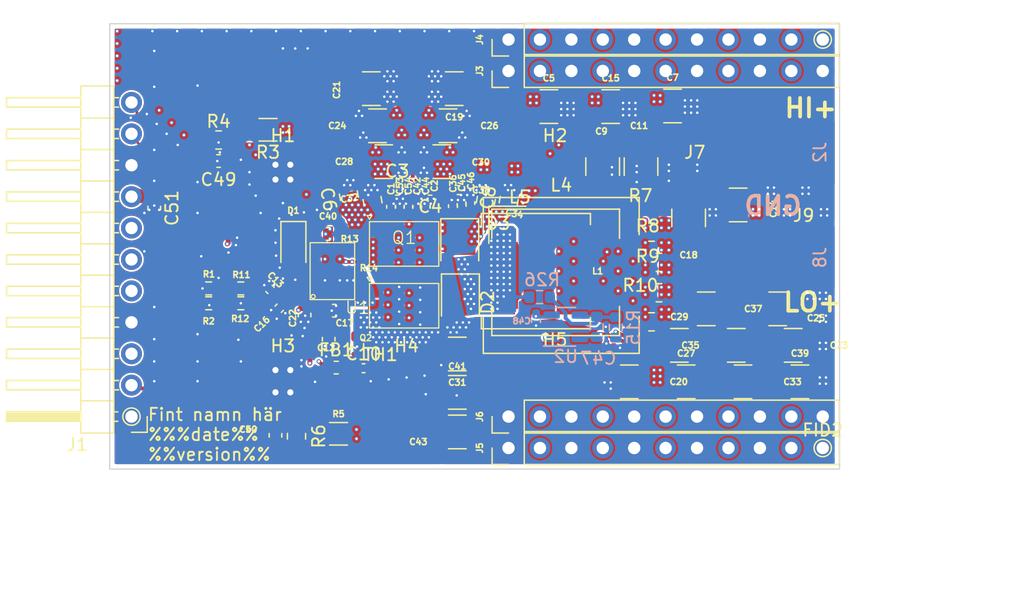
<source format=kicad_pcb>
(kicad_pcb (version 20240108) (generator "pcbnew") (generator_version "8.0")
  (layers (0 "F.Cu" signal) (1 "In1.Cu" signal) (2 "In2.Cu" signal) (31 "B.Cu" signal) (34 "B.Paste" user) (35 "F.Paste" user) (36 "B.SilkS" user "B.Silkscreen") (37 "F.SilkS" user "F.Silkscreen") (38 "B.Mask" user) (39 "F.Mask" user) (44 "Edge.Cuts" user))
  (net 0 "")
  (net 1 "POWER_HIGH")
  (net 2 "POWER_LOW")
  (net 3 "6-18V")
  (net 4 "+5V")
  (net 5 "0")
  (net 6 "/RC_current_sense")
  (net 7 "Net-(U2--)")
  (net 8 "Gate_lo")
  (net 9 "Gate_hi")
  (net 10 "Net-(U1-EN{slash}HI)")
  (net 11 "Net-(U1-PWM{slash}LO)")
  (net 13 "Net-(D1-K)")
  (net 14 "Net-(D1-A)")
  (net 15 "Switch_node")
  (net 16 "FB_LOW")
  (net 17 "/HI")
  (net 18 "/LI")
  (net 19 "/HO")
  (net 20 "/LO")
  (net 21 "FB_HIGH")
  (net 22 "NTC")
  (net 23 "Net-(C10-Pad1)")
  (net 24 "Current_sense")
  (net 25 "/I_Shunt")
  (net 26 "Net-(NT2-Pad1)")
  (net 27 "Net-(J1-Pin_8)")
  (footprint "Capacitor_SMD:C_0402_1005Metric" (layer "F.Cu") (at 132.75 94.8 90)
    (property "Reference" "C1")
    (property "Value" "cap=1nF esr=72m srf=304MEG")
  )
  (footprint "Resistor_SMD:R_0805_2012Metric" (layer "F.Cu") (at 125.1 113.35 90)
    (property "Reference" "R6")
    (property "Value" "10k")
  )
  (footprint "Capacitor_SMD:C_0603_1608Metric" (layer "F.Cu") (at 135.9 93.35 180)
    (property "Reference" "C4")
    (property "Value" "cap=3.3nF esr=35.68m srf=102.66MEG")
  )
  (footprint "Capacitor_SMD:C_1210_3225Metric" (layer "F.Cu") (at 156.05 106)
    (property "Reference" "C29")
    (property "Value" "470nF")
  )
  (footprint "Resistor_SMD:R_0603_1608Metric" (layer "F.Cu") (at 118 102.6)
    (property "Reference" "R2")
    (property "Value" "10k")
  )
  (footprint "Library:R_0508_1220Metric" (layer "F.Cu") (at 153.8 96.85)
    (property "Reference" "R7")
    (property "Value" "5mR")
  )
  (footprint "Capacitor_SMD:C_1210_3225Metric" (layer "F.Cu") (at 137.35 88.25)
    (property "Reference" "C26")
    (property "Value" "470nF")
  )
  (footprint "Capacitor_SMD:C_0402_1005Metric" (layer "F.Cu") (at 138.45 94.65 90)
    (property "Reference" "C45")
    (property "Value" "cap=1nF esr=72m srf=304MEG")
  )
  (footprint "Capacitor_SMD:C_1210_3225Metric" (layer "F.Cu") (at 150.5 86.7)
    (property "Reference" "C15")
    (property "Value" "470nF")
  )
  (footprint "Resistor_SMD:R_0603_1608Metric" (layer "F.Cu") (at 118 101.4)
    (property "Reference" "R1")
    (property "Value" "10k")
  )
  (footprint "Capacitor_SMD:C_0603_1608Metric" (layer "F.Cu") (at 118.8 91.1 180)
    (property "Reference" "C49")
    (property "Value" "1nF")
  )
  (footprint "Capacitor_SMD:C_1210_3225Metric" (layer "F.Cu") (at 138.1 106.7 180)
    (property "Reference" "C31")
    (property "Value" "470nF")
  )
  (footprint "Connector_PinHeader_2.54mm:PinHeader_1x11_P2.54mm_Horizontal" (layer "F.Cu") (at 111.76 111.76 180)
    (property "Reference" "J1")
    (property "Value" "Conn_01x11_Pin")
  )
  (footprint "Capacitor_SMD:C_0805_2012Metric" (layer "F.Cu") (at 140.4 94.35 80)
    (property "Reference" "C34")
    (property "Value" "10nF")
  )
  (footprint "Resistor_SMD:R_0805_2012Metric" (layer "F.Cu") (at 118.8 89.4 180)
    (property "Reference" "R4")
    (property "Value" "10k")
  )
  (footprint "Mounting_Wuerth:Mounting_Wuerth_WA-SMSI-M1.6_H2.5mm_ThreadDepth1.5mm_NoNPTH_97730256330" (layer "F.Cu") (at 124 109)
    (property "Reference" "H3")
    (property "Value" "WE 97730256330")
  )
  (footprint "Capacitor_SMD:C_1210_3225Metric" (layer "F.Cu") (at 160.8 94.65 180)
    (property "Reference" "C14")
    (property "Value" "470nF")
  )
  (footprint "Capacitor_SMD:C_1210_3225Metric" (layer "F.Cu") (at 156.8 95.7 90)
    (property "Reference" "C18")
    (property "Value" "470nF")
  )
  (footprint "Resistor_SMD:R_0201_0603Metric_Pad0.64x0.40mm_HandSolder" (layer "F.Cu") (at 130.3 100.6 -60)
    (property "Reference" "R14")
    (property "Value" "2R")
  )
  (footprint "Connector_PinHeader_2.54mm:PinHeader_1x11_P2.54mm_Vertical" (layer "F.Cu") (at 142.24 83.82 90)
    (property "Reference" "J3")
    (property "Value" "Conn_01x11_Pin")
  )
  (footprint "Resistor_SMD:R_1206_3216Metric" (layer "F.Cu") (at 128.5 113.15 180)
    (property "Reference" "R5")
    (property "Value" "100k")
  )
  (footprint "Resistor_SMD:R_0201_0603Metric_Pad0.64x0.40mm_HandSolder" (layer "F.Cu") (at 130.24 97.9 60)
    (property "Reference" "R13")
    (property "Value" "2R")
  )
  (footprint "Capacitor_SMD:C_0402_1005Metric" (layer "F.Cu") (at 136.25 94.8 90)
    (property "Reference" "C2")
    (property "Value" "cap=1nF esr=72m srf=304MEG")
  )
  (footprint "TestPoint:TestPoint_Pad_D1.0mm" (layer "F.Cu") (at 111.76 111.76)
    (property "Reference" "FID3" (hide yes))
    (property "Value" "Fiducial")
  )
  (footprint "Inductor_SMD:L_0603_1608Metric" (layer "F.Cu") (at 128.3125 107.8)
    (property "Reference" "FB1")
    (property "Value" "FerriteBead")
  )
  (footprint "Mounting_Wuerth:Mounting_Wuerth_WA-SMSI-M1.6_H2.5mm_ThreadDepth1.5mm_NoNPTH_97730256330" (layer "F.Cu") (at 146 108.5)
    (property "Reference" "H5")
    (property "Value" "WE 97730256330")
  )
  (footprint "Capacitor_SMD:C_0402_1005Metric" (layer "F.Cu") (at 134.85 94.8 90)
    (property "Reference" "C42")
    (property "Value" "cap=1nF esr=72m srf=304MEG")
  )
  (footprint "Library:lmg1210" (layer "F.Cu") (at 128 100)
    (property "Reference" "U1")
    (property "Value" "LMG1210")
  )
  (footprint "Capacitor_SMD:C_1210_3225Metric" (layer "F.Cu") (at 152.95 91.55 -90)
    (property "Reference" "C11")
    (property "Value" "470nF")
  )
  (footprint "Capacitor_SMD:C_1210_3225Metric" (layer "F.Cu") (at 156.6 108.95)
    (property "Reference" "C27")
    (property "Value" "470nF")
  )
  (footprint "Connector_PinHeader_2.54mm:PinHeader_1x11_P2.54mm_Vertical" (layer "F.Cu") (at 142.24 114.3 90)
    (property "Reference" "J5")
    (property "Value" "Conn_01x11_Pin")
  )
  (footprint "Capacitor_SMD:C_0402_1005Metric" (layer "F.Cu") (at 139.15 94.5 90)
    (property "Reference" "C46")
    (property "Value" "cap=1nF esr=72m srf=304MEG")
  )
  (footprint "Capacitor_SMD:C_0603_1608Metric" (layer "F.Cu") (at 123.4 113.275 90)
    (property "Reference" "C50")
    (property "Value" "1nF")
  )
  (footprint "Capacitor_SMD:C_0402_1005Metric_Pad0.74x0.62mm_HandSolder" (layer "F.Cu") (at 123.7 103 -135)
    (property "Reference" "C16")
    (property "Value" "?pF")
  )
  (footprint "Capacitor_SMD:C_1210_3225Metric" (layer "F.Cu") (at 164 103.05)
    (property "Reference" "C25")
    (property "Value" "470nF")
  )
  (footprint "Capacitor_SMD:C_1210_3225Metric" (layer "F.Cu") (at 161.2 108.95 180)
    (property "Reference" "C33")
    (property "Value" "470nF")
  )
  (footprint "Library:EPC PQFN 3x5 mm" (layer "F.Cu") (at 133.8 102.8)
    (property "Reference" "Q2")
    (property "Value" "EPC2306")
  )
  (footprint "Capacitor_SMD:C_0402_1005Metric" (layer "F.Cu") (at 135.55 94.8 90)
    (property "Reference" "C44")
    (property "Value" "cap=1nF esr=72m srf=304MEG")
  )
  (footprint "TestPoint:TestPoint_Pad_D1.0mm" (layer "F.Cu") (at 167.64 81.28)
    (property "Reference" "FID1" (hide yes))
    (property "Value" "Fiducial")
  )
  (footprint "Connector_Wire:SolderWirePad_1x01_SMD_5x10mm" (layer "F.Cu") (at 163.6 90.4 90)
    (property "Reference" "J7")
    (property "Value" "MountingHole_Pad")
  )
  (footprint "Mounting_Wuerth:Mounting_Wuerth_WA-SMSI-M1.6_H2.5mm_ThreadDepth1.5mm_NoNPTH_97730256330" (layer "F.Cu") (at 124 92)
    (property "Reference" "H1")
    (property "Value" "WE 97730256330")
  )
  (footprint "Capacitor_SMD:C_1210_3225Metric" (layer "F.Cu") (at 145.5 86.7)
    (property "Reference" "C5")
    (property "Value" "470nF")
  )
  (footprint "Mounting_Wuerth:Mounting_Wuerth_WA-SMSI-M1.6_H2.5mm_ThreadDepth1.5mm_NoNPTH_97730256330" (layer "F.Cu") (at 134 109)
    (property "Reference" "H4")
    (property "Value" "WE 97730256330")
  )
  (footprint "Diode_SMD:D_SMP_DO-220AA" (layer "F.Cu") (at 138.35 102.52 -90)
    (property "Reference" "D2")
    (property "Value" "D_Schottky")
  )
  (footprint "Capacitor_SMD:C_0603_1608Metric" (layer "F.Cu") (at 133.25 93.35)
    (property "Reference" "C3")
    (property "Value" "cap=3.3nF esr=35.68m srf=102.66MEG")
  )
  (footprint "Library:C_0603_1608Metric_Feedthrough_W_Vias" (layer "F.Cu") (at 128.15 103.2)
    (property "Reference" "C17")
    (property "Value" "YFF18PW0J474M")
  )
  (footprint "Capacitor_SMD:C_1210_3225Metric" (layer "F.Cu") (at 131.15 85.25)
    (property "Reference" "C21")
    (property "Value" "470nF")
  )
  (footprint "Capacitor_SMD:C_0603_1608Metric" (layer "F.Cu") (at 125.75 103.55 -90)
    (property "Reference" "C22")
    (property "Value" "10u")
  )
  (footprint "Capacitor_SMD:C_1210_3225Metric" (layer "F.Cu") (at 165.25 106)
    (property "Reference" "C23")
    (property "Value" "470nF")
  )
  (footprint "Inductor_SMD:L_Wuerth_WE-PD-Typ-LS" (layer "F.Cu") (at 146.5 100.35)
    (property "Reference" "L4")
    (property "Value" "~")
  )
  (footprint "Inductor_SMD:L_Bourns_SRP1050WA" (layer "F.Cu") (at 146.05 100.1)
    (property "Reference" "L5")
    (property "Value" "~")
  )
  (footprint "Resistor_SMD:R_0603_1608Metric" (layer "F.Cu") (at 130 106.1 90)
    (property "Reference" "TH1")
    (property "Value" "Thermistor_NTC")
  )
  (footprint "Capacitor_SMD:C_1210_3225Metric" (layer "F.Cu") (at 138.1 113 180)
    (property "Reference" "C43")
    (property "Value" "470nF")
  )
  (footprint "Resistor_SMD:R_0603_1608Metric" (layer "F.Cu") (at 120.6 101.4)
    (property "Reference" "R11")
    (property "Value" "100R")
  )
  (footprint "Capacitor_SMD:C_1210_3225Metric" (layer "F.Cu") (at 136.85 91.15 180)
    (property "Reference" "C30")
    (property "Value" "470nF")
  )
  (footprint "Capacitor_SMD:C_1210_3225Metric" (layer "F.Cu") (at 152 108.95 180)
    (property "Reference" "C20")
    (property "Value" "470nF")
  )
  (footprint "Capacitor_SMD:C_1210_3225Metric" (layer "F.Cu") (at 137.85 85.25 180)
    (property "Reference" "C19")
    (property "Value" "470nF")
  )
  (footprint "Capacitor_SMD:C_1210_3225Metric" (layer "F.Cu") (at 132.15 91.15)
    (property "Reference" "C28")
    (property "Value" "470nF")
  )
  (footprint "Library:EPC PQFN 3x5 mm" (layer "F.Cu") (at 133.8 97.8)
    (property "Reference" "Q1")
    (property "Value" "EPC2306")
  )
  (footprint "Diode_SMD:D_PowerDI-123" (layer "F.Cu") (at 124.85 98.3 -90)
    (property "Reference" "D1")
    (property "Value" "DFLS1200")
  )
  (footprint "TestPoint:TestPoint_Pad_D1.0mm" (layer "F.Cu") (at 167.64 114.3)
    (property "Reference" "FID2")
    (property "Value" "Fiducial")
  )
  (footprint "Capacitor_SMD:C_0402_1005Metric" (layer "F.Cu") (at 134.15 94.8 90)
    (property "Reference" "C54")
    (property "Value" "cap=1nF esr=72m srf=304MEG")
  )
  (footprint "Capacitor_SMD:C_0402_1005Metric" (layer "F.Cu") (at 137.75 94.75 90)
    (property "Reference" "C36")
    (property "Value" "cap=1nF esr=72m srf=304MEG")
  )
  (footprint "Resistor_SMD:R_1206_3216Metric" (layer "F.Cu") (at 122.8 88.573642 180)
    (property "Reference" "R3")
    (property "Value" "100k")
  )
  (footprint "Library:R_0508_1220Metric" (layer "F.Cu") (at 154.4 99.3)
    (property "Reference" "R8")
    (property "Value" "5mR")
  )
  (footprint "Mounting_Wuerth:Mounting_Wuerth_WA-SMSI-M1.6_H2.5mm_ThreadDepth1.5mm_NoNPTH_97730256330" (layer "F.Cu") (at 146 92)
    (property "Reference" "H2")
    (property "Value" "WE 97730256330")
  )
  (footprint "Capacitor_SMD:C_0402_1005Metric" (layer "F.Cu") (at 138.2 93.45)
    (property "Reference" "C38")
    (property "Value" "cap=1nF esr=72m srf=304MEG")
  )
  (footprint "Capacitor_SMD:C_1210_3225Metric" (layer "F.Cu") (at 165.8 108.95)
    (property "Reference" "C39")
    (property "Value" "470nF")
  )
  (footprint "Capacitor_SMD:C_0402_1005Metric" (layer "F.Cu") (at 133.45 94.8 90)
    (property "Reference" "C53")
    (property "Value" "cap=1nF esr=72m srf=304MEG")
  )
  (footprint "Capacitor_SMD:C_1210_3225Metric" (layer "F.Cu") (at 131.65 88.25 180)
    (property "Reference" "C24")
    (property "Value" "470nF")
  )
  (footprint "Library:C_0603_1608Metric_Feedthrough_W_Vias" (layer "F.Cu") (at 113.6 94.9 -90)
    (property "Reference" "C51")
    (property "Value" "YFF18PW0J474M")
  )
  (footprint "Library:R_0508_1220Metric" (layer "F.Cu") (at 153.8 104.1)
    (property "Reference" "R10")
    (property "Value" "5mR")
  )
  (footprint "Connector_PinHeader_2.54mm:PinHeader_1x11_P2.54mm_Vertical" (layer "F.Cu") (at 142.24 111.76 90)
    (property "Reference" "J6")
    (property "Value" "Conn_01x11_Pin")
  )
  (footprint "Library:C_0603_1608Metric_Feedthrough_W_Vias" (layer "F.Cu") (at 127.65 97)
    (property "Reference" "C40")
    (property "Value" "YFF18PW0J474M")
  )
  (footprint "Capacitor_SMD:C_1210_3225Metric" (layer "F.Cu") (at 138.1 109.8 180)
    (property "Reference" "C41")
    (property "Value" "470nF")
  )
  (footprint "Library:R_0508_1220Metric" (layer "F.Cu") (at 154.4 101.75)
    (property "Reference" "R9")
    (property "Value" "5mR")
  )
  (footprint "Capacitor_SMD:C_0805_2012Metric" (layer "F.Cu") (at 129.335034 93.9 100)
    (property "Reference" "C6")
    (property "Value" "cap=10nF esr=26.96 srf=43.8")
  )
  (footprint "Capacitor_SMD:C_1210_3225Metric" (layer "F.Cu") (at 149.85 91.55 -90)
    (property "Reference" "C9")
    (property "Value" "470nF")
  )
  (footprint "Capacitor_SMD:C_0402_1005Metric_Pad0.74x0.62mm_HandSolder" (layer "F.Cu") (at 122.96 101.48 135)
    (property "Reference" "C13")
    (property "Value" "?pF")
  )
  (footprint "Inductor_SMD:L_Coilcraft_XAL8080-XXX" (layer "F.Cu") (at 144.45 100)
    (property "Reference" "L1")
    (property "Value" "ind=1.76uH esr=9.77m epc=9.28pF")
  )
  (footprint "Resistor_SMD:R_0603_1608Metric" (layer "F.Cu") (at 120.6 102.6)
    (property "Reference" "R12")
    (property "Value" "100R")
  )
  (footprint "Capacitor_SMD:C_1210_3225Metric" (layer "F.Cu") (at 160.65 106 180)
    (property "Reference" "C35")
    (property "Value" "470nF")
  )
  (footprint "Diode_SMD:D_SMP_DO-220AA" (layer "F.Cu") (at 138.3 98.05 -90)
    (property "Reference" "D3")
    (property "Value" "D_Schottky")
  )
  (footprint "Capacitor_SMD:C_1210_3225Metric" (layer "F.Cu") (at 155.5 86.65)
    (property "Reference" "C7")
    (property "Value" "470nF")
  )
  (footprint "Capacitor_SMD:C_0603_1608Metric" (layer "F.Cu") (at 127.7 105.5 -90)
    (property "Reference" "C12")
    (property "Value" "10u")
  )
  (footprint "Capacitor_SMD:C_1210_3225Metric" (layer "F.Cu") (at 158.225 103.05)
    (property "Reference" "C37")
    (property "Value" "470nF")
  )
  (footprint "Capacitor_SMD:C_0805_2012Metric" (layer "F.Cu") (at 142.25 94.35 80)
    (property "Reference" "C8")
    (property "Value" "10nF")
  )
  (footprint "Connector_Wire:SolderWirePad_1x01_SMD_5x10mm" (layer "F.Cu") (at 163.6 98.9 90)
    (property "Reference" "J9")
    (property "Value" "MountingHole_Pad")
  )
  (footprint "Capacitor_SMD:C_0805_2012Metric" (layer "F.Cu") (at 131.25 94.35 100)
    (property "Reference" "C32")
    (property "Value" "10nF")
  )
  (footprint "Capacitor_SMD:C_0402_1005Metric" (layer "F.Cu") (at 130.52 107.85)
    (property "Reference" "C10")
    (property "Value" "100nF")
  )
  (footprint "Connector_PinHeader_2.54mm:PinHeader_1x11_P2.54mm_Vertical" (layer "F.Cu") (at 142.24 81.28 90)
    (property "Reference" "J4")
    (property "Value" "Conn_01x11_Pin")
  )
  (footprint "NetTie:NetTie-2_SMD_Pad0.5mm" (layer "B.Cu") (at 153.845746 105.4 50)
    (property "Reference" "NT1" (hide yes))
    (property "Value" "NetTie_2" (hide yes))
  )
  (footprint "Resistor_SMD:R_0603_1608Metric" (layer "B.Cu") (at 150.9125 104.55 90)
    (property "Reference" "R15")
    (property "Value" "10k")
  )
  (footprint "Package_TO_SOT_SMD:SOT-23-5" (layer "B.Cu") (at 146.8625 104.5)
    (property "Reference" "U2")
    (property "Value" "INA293B")
  )
  (footprint "Connector_Wire:SolderWirePad_1x01_SMD_5x10mm" (layer "B.Cu") (at 163.6 98.9 90)
    (property "Reference" "J8")
    (property "Value" "MountingHole_Pad")
  )
  (footprint "Resistor_SMD:R_0603_1608Metric" (layer "B.Cu") (at 149.3625 104.5 -90)
    (property "Reference" "C47")
    (property "Value" "1nF")
  )
  (footprint "Capacitor_SMD:C_0402_1005Metric_Pad0.74x0.62mm_HandSolder" (layer "B.Cu") (at 144.4625 104.0325 -90)
    (property "Reference" "C48")
    (property "Value" "1nF")
  )
  (footprint "NetTie:NetTie-2_SMD_Pad0.5mm" (layer "B.Cu") (at 152.8 105.6)
    (property "Reference" "NT2" (hide yes))
    (property "Value" "NetTie_2" (hide yes))
  )
  (footprint "Connector_Wire:SolderWirePad_1x01_SMD_5x10mm" (layer "B.Cu") (at 163.6 90.4 90)
    (property "Reference" "J2")
    (property "Value" "MountingHole_Pad")
  )
  (footprint "Resistor_SMD:R_0603_1608Metric" (layer "B.Cu") (at 144.75 102.1)
    (property "Reference" "R26")
    (property "Value" "10k")
  )
  (gr_rect (start 110 80) (end 169 116) (stroke (width 0.1)) (fill none) (layer "Edge.Cuts"))
  (gr_text "GND" (at 166.1 95.6 0) (layer "B.SilkS") (effects (font (size 1.5 1.5) (thickness 0.3) (bold yes)) (justify left bottom mirror)))
  (gr_text "HI+" (at 164.4 87.7 0) (layer "F.SilkS") (effects (font (size 1.5 1.5) (thickness 0.3) (bold yes)) (justify left bottom)))
  (gr_text "Fint namn här\n%%%date%%\n%%version%%" (at 113 115.4 0) (layer "F.SilkS") (effects (font (size 1 1)) (justify left bottom)))
  (gr_text "LO+" (at 164.3 103.4 0) (layer "F.SilkS") (effects (font (size 1.5 1.5) (thickness 0.3) (bold yes)) (justify left bottom)))
  (via (at 142.5 92) (size 0.35) (drill 0.2) (layers "F.Cu" "B.Cu") (net 1))
  (via (at 143.4 94) (size 0.35) (drill 0.2) (layers "F.Cu" "B.Cu") (net 1))
  (via (at 133.35 89) (size 0.35) (drill 0.2) (layers "F.Cu" "B.Cu") (net 1))
  (via (at 141.25 96) (size 0.35) (drill 0.2) (layers "F.Cu" "B.Cu") (net 1))
  (via (at 110.6 81.6) (size 0.35) (drill 0.2) (layers "F.Cu" "B.Cu") (net 1))
  (via (at 116 89) (size 0.35) (drill 0.2) (layers "F.Cu" "B.Cu") (net 1))
  (via (at 143.9 94) (size 0.35) (drill 0.2) (layers "F.Cu" "B.Cu") (net 1))
  (via (at 140.5 96.4) (size 0.35) (drill 0.2) (layers "F.Cu" "B.Cu") (net 1))
  (via (at 131.5 90) (size 0.35) (drill 0.2) (layers "F.Cu" "B.Cu") (net 1))
  (via (at 143 91.5) (size 0.35) (drill 0.2) (layers "F.Cu" "B.Cu") (net 1))
  (via (at 130.85 95.05) (size 0.35) (drill 0.2) (layers "F.Cu" "B.Cu") (net 1))
  (via (at 130.35 95.85) (size 0.35) (drill 0.2) (layers "F.Cu" "B.Cu") (net 1))
  (via (at 144 86.403396) (size 0.35) (drill 0.2) (layers "F.Cu" "B.Cu") (net 1))
  (via (at 129.6 94.65) (size 0.35) (drill 0.2) (layers "F.Cu" "B.Cu") (net 1))
  (via (at 131.25 90.4) (size 0.35) (drill 0.2) (layers "F.Cu" "B.Cu") (net 1))
  (via (at 154.5 86.3) (size 0.35) (drill 0.2) (layers "F.Cu" "B.Cu") (net 1))
  (via (at 133.45 87.4) (size 0.35) (drill 0.2) (layers "F.Cu" "B.Cu") (net 1))
  (via (at 140.25 96.8) (size 0.35) (drill 0.2) (layers "F.Cu" "B.Cu") (net 1))
  (via (at 142.5 91.5) (size 0.35) (drill 0.2) (layers "F.Cu" "B.Cu") (net 1))
  (via (at 141.5 95.6) (size 0.35) (drill 0.2) (layers "F.Cu" "B.Cu") (net 1))
  (via (at 139.5 97.2) (size 0.35) (drill 0.2) (layers "F.Cu" "B.Cu") (net 1))
  (via (at 124.5 88.3) (size 0.35) (drill 0.2) (layers "F.Cu" "B.Cu") (net 1))
  (via (at 130.6 95.45) (size 0.35) (drill 0.2) (layers "F.Cu" "B.Cu") (net 1))
  (via (at 110.6 80.6) (size 0.35) (drill 0.2) (layers "F.Cu" "B.Cu") (net 1))
  (via (at 131.45 92.15) (size 0.35) (drill 0.2) (layers "F.Cu" "B.Cu") (net 1))
  (via (at 131.75 90.4) (size 0.35) (drill 0.2) (layers "F.Cu" "B.Cu") (net 1))
  (via (at 121.3 89.8) (size 0.35) (drill 0.2) (layers "F.Cu" "B.Cu") (net 1))
  (via (at 140.75 95.2) (size 0.35) (drill 0.2) (layers "F.Cu" "B.Cu") (net 1))
  (via (at 131.95 91.35) (size 0.35) (drill 0.2) (layers "F.Cu" "B.Cu") (net 1))
  (via (at 110.6 83.6) (size 0.35) (drill 0.2) (layers "F.Cu" "B.Cu") (net 1))
  (via (at 139.25 96.8) (size 0.35) (drill 0.2) (layers "F.Cu" "B.Cu") (net 1))
  (via (at 131.45 91.35) (size 0.35) (drill 0.2) (layers "F.Cu" "B.Cu") (net 1))
  (via (at 139.25 97.6) (size 0.35) (drill 0.2) (layers "F.Cu" "B.Cu") (net 1))
  (via (at 140 97.2) (size 0.35) (drill 0.2) (layers "F.Cu" "B.Cu") (net 1))
  (via (at 139.5 96.4) (size 0.35) (drill 0.2) (layers "F.Cu" "B.Cu") (net 1))
  (via (at 144.4 93.5) (size 0.35) (drill 0.2) (layers "F.Cu" "B.Cu") (net 1))
  (via (at 140.5 91.8) (size 0.35) (drill 0.2) (layers "F.Cu" "B.Cu") (net 1))
  (via (at 144.5 86.403396) (size 0.35) (drill 0.2) (layers "F.Cu" "B.Cu") (net 1))
  (via (at 130.1 94.65) (size 0.35) (drill 0.2) (layers "F.Cu" "B.Cu") (net 1))
  (via (at 136.5 92.15) (size 0.35) (drill 0.2) (layers "F.Cu" "B.Cu") (net 1))
  (via (at 132.95 87.4) (size 0.35) (drill 0.2) (layers "F.Cu" "B.Cu") (net 1))
  (via (at 129.85 95.85) (size 0.35) (drill 0.2) (layers "F.Cu" "B.Cu") (net 1))
  (via (at 130.1 95.45) (size 0.35) (drill 0.2) (layers "F.Cu" "B.Cu") (net 1))
  (via (at 143 92) (size 0.35) (drill 0.2) (layers "F.Cu" "B.Cu") (net 1))
  (via (at 129.85 95.05) (size 0.35) (drill 0.2) (layers "F.Cu" "B.Cu") (net 1))
  (via (at 144.5 85.903396) (size 0.35) (drill 0.2) (layers "F.Cu" "B.Cu") (net 1))
  (via (at 137.75 90.4) (size 0.35) (drill 0.2) (layers "F.Cu" "B.Cu") (net 1))
  (via (at 134.2 96.2) (size 0.35) (drill 0.2) (layers "F.Cu" "B.Cu") (net 1))
  (via (at 130.6 94.65) (size 0.35) (drill 0.2) (layers "F.Cu" "B.Cu") (net 1))
  (via (at 149 86.4) (size 0.35) (drill 0.2) (layers "F.Cu" "B.Cu") (net 1))
  (via (at 137.5 92.15) (size 0.35) (drill 0.2) (layers "F.Cu" "B.Cu") (net 1))
  (via (at 129.85 94.25) (size 0.35) (drill 0.2) (layers "F.Cu" "B.Cu") (net 1))
  (via (at 135.4 88.6) (size 0.35) (drill 0.2) (layers "F.Cu" "B.Cu") (net 1))
  (via (at 124.5 88.8) (size 0.35) (drill 0.2) (layers "F.Cu" "B.Cu") (net 1))
  (via (at 137.25 90.4) (size 0.35) (drill 0.2) (layers "F.Cu" "B.Cu") (net 1))
  (via (at 134.5 92.55) (size 0.35) (drill 0.2) (layers "F.Cu" "B.Cu") (net 1))
  (via (at 124 88.3) (size 0.35) (drill 0.2) (layers "F.Cu" "B.Cu") (net 1))
  (via (at 133.85 89) (size 0.35) (drill 0.2) (layers "F.Cu" "B.Cu") (net 1))
  (via (at 121.8 90.6) (size 0.35) (drill 0.2) (layers "F.Cu" "B.Cu") (net 1))
  (via (at 149 85.896604) (size 0.35) (drill 0.2) (layers "F.Cu" "B.Cu") (net 1))
  (via (at 132.45 92.15) (size 0.35) (drill 0.2) (layers "F.Cu" "B.Cu") (net 1))
  (via (at 137.5 91.35) (size 0.35) (drill 0.2) (layers "F.Cu" "B.Cu") (net 1))
  (via (at 139.75 96) (size 0.35) (drill 0.2) (layers "F.Cu" "B.Cu") (net 1))
  (via (at 142 95.6) (size 0.35) (drill 0.2) (layers "F.Cu" "B.Cu") (net 1))
  (via (at 129.1 95.45) (size 0.35) (drill 0.2) (layers "F.Cu" "B.Cu") (net 1))
  (via (at 149.5 86.4) (size 0.35) (drill 0.2) (layers "F.Cu" "B.Cu") (net 1))
  (via (at 137 92.15) (size 0.35) (drill 0.2) (layers "F.Cu" "B.Cu") (net 1))
  (via (at 140 91.8) (size 0.35) (drill 0.2) (layers "F.Cu" "B.Cu") (net 1))
  (via (at 131.95 92.15) (size 0.35) (drill 0.2) (layers "F.Cu" "B.Cu") (net 1))
  (via (at 132.45 91.35) (size 0.35) (drill 0.2) (layers "F.Cu" "B.Cu") (net 1))
  (via (at 149.5 85.9) (size 0.35) (drill 0.2) (layers "F.Cu" "B.Cu") (net 1))
  (via (at 114 87) (size 0.35) (drill 0.2) (layers "F.Cu" "B.Cu") (net 1))
  (via (at 129.35 94.25) (size 0.35) (drill 0.2) (layers "F.Cu" "B.Cu") (net 1))
  (via (at 136.9 96.75) (size 0.35) (drill 0.2) (layers "F.Cu" "B.Cu") (net 1))
  (via (at 140 95.6) (size 0.35) (drill 0.2) (layers "F.Cu" "B.Cu") (net 1))
  (via (at 129.1 94.65) (size 0.35) (drill 0.2) (layers "F.Cu" "B.Cu") (net 1))
  (via (at 129.6 96.25) (size 0.35) (drill 0.2) (layers "F.Cu" "B.Cu") (net 1))
  (via (at 135.15 89) (size 0.35) (drill 0.2) (layers "F.Cu" "B.Cu") (net 1))
  (via (at 110.6 84.6) (size 0.35) (drill 0.2) (layers "F.Cu" "B.Cu") (net 1))
  (via (at 133.2 87) (size 0.35) (drill 0.2) (layers "F.Cu" "B.Cu") (net 1))
  (via (at 140.75 96) (size 0.35) (drill 0.2) (layers "F.Cu" "B.Cu") (net 1))
  (via (at 129.35 95.85) (size 0.35) (drill 0.2) (layers "F.Cu" "B.Cu") (net 1))
  (via (at 135.55 87.4) (size 0.35) (drill 0.2) (layers "F.Cu" "B.Cu") (net 1))
  (via (at 136.75 91.75) (size 0.35) (drill 0.2) (layers "F.Cu" "B.Cu") (net 1))
  (via (at 129.6 93.85) (size 0.35) (drill 0.2) (layers "F.Cu" "B.Cu") (net 1))
  (via (at 115 88) (size 0.35) (drill 0.2) (layers "F.Cu" "B.Cu") (net 1))
  (via (at 132.2 91.75) (size 0.35) (drill 0.2) (layers "F.Cu" "B.Cu") (net 1))
  (via (at 129.6 95.45) (size 0.35) (drill 0.2) (layers "F.Cu" "B.Cu") (net 1))
  (via (at 143.9 93.5) (size 0.35) (drill 0.2) (layers "F.Cu" "B.Cu") (net 1))
  (via (at 154 85.796604) (size 0.35) (drill 0.2) (layers "F.Cu" "B.Cu") (net 1))
  (via (at 135.8 87) (size 0.35) (drill 0.2) (layers "F.Cu" "B.Cu") (net 1))
  (via (at 140.5 91.3) (size 0.35) (drill 0.2) (layers "F.Cu" "B.Cu") (net 1))
  (via (at 140.5 95.6) (size 0.35) (drill 0.2) (layers "F.Cu" "B.Cu") (net 1))
  (via (at 136.9 96.25) (size 0.35) (drill 0.2) (layers "F.Cu" "B.Cu") (net 1))
  (via (at 141 95.6) (size 0.35) (drill 0.2) (layers "F.Cu" "B.Cu") (net 1))
  (via (at 125.9 93.8) (size 0.35) (drill 0.2) (layers "F.Cu" "B.Cu") (net 1))
  (via (at 143.4 94.5) (size 0.35) (drill 0.2) (layers "F.Cu" "B.Cu") (net 1))
  (via (at 139.75 97.6) (size 0.35) (drill 0.2) (layers "F.Cu" "B.Cu") (net 1))
  (via (at 141.75 95.2) (size 0.35) (drill 0.2) (layers "F.Cu" "B.Cu") (net 1))
  (via (at 154 86.3) (size 0.35) (drill 0.2) (layers "F.Cu" "B.Cu") (net 1))
  (via (at 154.5 85.8) (size 0.35) (drill 0.2) (layers "F.Cu" "B.Cu") (net 1))
  (via (at 137.5 90) (size 0.35) (drill 0.2) (layers "F.Cu" "B.Cu") (net 1))
  (via (at 129.35 95.05) (size 0.35) (drill 0.2) (layers "F.Cu" "B.Cu") (net 1))
  (via (at 130.1 96.25) (size 0.35) (drill 0.2) (layers "F.Cu" "B.Cu") (net 1))
  (via (at 131.1 95.45) (size 0.35) (drill 0.2) (layers "F.Cu" "B.Cu") (net 1))
  (via (at 128.85 95.05) (size 0.35) (drill 0.2) (layers "F.Cu" "B.Cu") (net 1))
  (via (at 145.6 90.5) (size 0.35) (drill 0.2) (layers "F.Cu" "B.Cu") (net 1))
  (via (at 136.5 91.35) (size 0.35) (drill 0.2) (layers "F.Cu" "B.Cu") (net 1))
  (via (at 140 91.3) (size 0.35) (drill 0.2) (layers "F.Cu" "B.Cu") (net 1))
  (via (at 146.3 89.8) (size 0.35) (drill 0.2) (layers "F.Cu" "B.Cu") (net 1))
  (via (at 137 91.35) (size 0.35) (drill 0.2) (layers "F.Cu" "B.Cu") (net 1))
  (via (at 110.6 82.6) (size 0.35) (drill 0.2) (layers "F.Cu" "B.Cu") (net 1))
  (via (at 133.6 88.6) (size 0.35) (drill 0.2) (layers "F.Cu" "B.Cu") (net 1))
  (via (at 124 88.8) (size 0.35) (drill 0.2) (layers "F.Cu" "B.Cu") (net 1))
  (via (at 136.05 87.4) (size 0.35) (drill 0.2) (layers "F.Cu" "B.Cu") (net 1))
  (via (at 137.25 91.75) (size 0.35) (drill 0.2) (layers "F.Cu" "B.Cu") (net 1))
  (via (at 135.65 89) (size 0.35) (drill 0.2) (layers "F.Cu" "B.Cu") (net 1))
  (via (at 140.25 96) (size 0.35) (drill 0.2) (layers "F.Cu" "B.Cu") (net 1))
  (via (at 130.35 95.05) (size 0.35) (drill 0.2) (layers "F.Cu" "B.Cu") (net 1))
  (via (at 141.25 95.2) (size 0.35) (drill 0.2) (layers "F.Cu" "B.Cu") (net 1))
  (via (at 139.75 96.8) (size 0.35) (drill 0.2) (layers "F.Cu" "B.Cu") (net 1))
  (via (at 131.7 91.75) (size 0.35) (drill 0.2) (layers "F.Cu" "B.Cu") (net 1))
  (via (at 136.9 98.2) (size 0.35) (drill 0.2) (layers "F.Cu" "B.Cu") (net 1))
  (via (at 140 96.4) (size 0.35) (drill 0.2) (layers "F.Cu" "B.Cu") (net 1))
  (via (at 144 85.9) (size 0.35) (drill 0.2) (layers "F.Cu" "B.Cu") (net 1))
  (segment (start 162.07 96.48) (end 162.07 97.57) (width 1) (layer "F.Cu") (net 2))
  (segment (start 162.275 94.65) (end 162.275 96.275) (width 1) (layer "F.Cu") (net 2))
  (segment (start 162.275 96.275) (end 162.07 96.48) (width 1) (layer "F.Cu") (net 2))
  (via (at 154.6 96.5) (size 0.35) (drill 0.2) (layers "F.Cu" "B.Cu") (net 2))
  (via (at 155.2 100.1) (size 0.35) (drill 0.2) (layers "F.Cu" "B.Cu") (net 2))
  (via (at 155.2 103.1) (size 0.35) (drill 0.2) (layers "F.Cu" "B.Cu") (net 2))
  (via (at 154.6 97.7) (size 0.35) (drill 0.2) (layers "F.Cu" "B.Cu") (net 2))
  (via (at 154 108) (size 0.35) (drill 0.2) (layers "F.Cu" "B.Cu") (net 2))
  (via (at 162.5 95) (size 0.35) (drill 0.2) (layers "F.Cu" "B.Cu") (net 2))
  (via (at 154.6 103.1) (size 0.35) (drill 0.2) (layers "F.Cu" "B.Cu") (net 2))
  (via (at 154.5 109) (size 0.35) (drill 0.2) (layers "F.Cu" "B.Cu") (net 2))
  (via (at 154 108.5) (size 0.35) (drill 0.2) (layers "F.Cu" "B.Cu") (net 2))
  (via (at 162.5 95.5) (size 0.35) (drill 0.2) (layers "F.Cu" "B.Cu") (net 2))
  (via (at 154.5 108.5) (size 0.35) (drill 0.2) (layers "F.Cu" "B.Cu") (net 2))
  (via (at 155.2 101.3) (size 0.35) (drill 0.2) (layers "F.Cu" "B.Cu") (net 2))
  (via (at 155.2 98.3) (size 0.35) (drill 0.2) (layers "F.Cu" "B.Cu") (net 2))
  (via (at 155.2 101.9) (size 0.35) (drill 0.2) (layers "F.Cu" "B.Cu") (net 2))
  (via (at 154.6 101.3) (size 0.35) (drill 0.2) (layers "F.Cu" "B.Cu") (net 2))
  (via (at 162 95.5) (size 0.35) (drill 0.2) (layers "F.Cu" "B.Cu") (net 2))
  (via (at 154.6 101.9) (size 0.35) (drill 0.2) (layers "F.Cu" "B.Cu") (net 2))
  (via (at 129.95 113.55) (size 0.35) (drill 0.2) (layers "F.Cu" "B.Cu") (net 2))
  (via (at 154.6 99.5) (size 0.35) (drill 0.2) (layers "F.Cu" "B.Cu") (net 2))
  (via (at 155.2 96.5) (size 0.35) (drill 0.2) (layers "F.Cu" "B.Cu") (net 2))
  (via (at 155.2 95.9) (size 0.35) (drill 0.2) (layers "F.Cu" "B.Cu") (net 2))
  (via (at 154.6 100.1) (size 0.35) (drill 0.2) (layers "F.Cu" "B.Cu") (net 2))
  (via (at 154.5 108) (size 0.35) (drill 0.2) (layers "F.Cu" "B.Cu") (net 2))
  (via (at 129.95 112.8) (size 0.35) (drill 0.2) (layers "F.Cu" "B.Cu") (net 2))
  (via (at 154 109) (size 0.35) (drill 0.2) (layers "F.Cu" "B.Cu") (net 2))
  (via (at 155.2 103.7) (size 0.35) (drill 0.2) (layers "F.Cu" "B.Cu") (net 2))
  (via (at 155.2 97.7) (size 0.35) (drill 0.2) (layers "F.Cu" "B.Cu") (net 2))
  (via (at 155.2 99.5) (size 0.35) (drill 0.2) (layers "F.Cu" "B.Cu") (net 2))
  (via (at 154.6 103.7) (size 0.35) (drill 0.2) (layers "F.Cu" "B.Cu") (net 2))
  (via (at 162 95) (size 0.35) (drill 0.2) (layers "F.Cu" "B.Cu") (net 2))
  (via (at 154.6 95.9) (size 0.35) (drill 0.2) (layers "F.Cu" "B.Cu") (net 2))
  (via (at 154.6 98.3) (size 0.35) (drill 0.2) (layers "F.Cu" "B.Cu") (net 2))
  (segment (start 127.5 101.9) (end 127.5 102.30826) (width 0.3) (layer "F.Cu") (net 3))
  (segment (start 125.813332 102.6) (end 127.20826 102.6) (width 0.4) (layer "F.Cu") (net 3))
  (segment (start 127.5 102.30826) (end 127.20826 102.6) (width 0.3) (layer "F.Cu") (net 3))
  (segment (start 125.256666 103.156666) (end 125.813332 102.6) (width 0.4) (layer "F.Cu") (net 3))
  (via (at 125.256666 103.156666) (size 0.35) (drill 0.2) (layers "F.Cu" "B.Cu") (net 3))
  (segment (start 126.18 107.45) (end 126.18 107.089045) (width 0.4) (layer "F.Cu") (net 4))
  (segment (start 128.95 103.2) (end 128.95 103.6) (width 0.4) (layer "F.Cu") (net 4))
  (segment (start 128.95 103.87545) (end 128.59545 104.23) (width 0.4) (layer "F.Cu") (net 4))
  (segment (start 128.95 103.6) (end 128.95 103.87545) (width 0.4) (layer "F.Cu") (net 4))
  (segment (start 126.18 107.089045) (end 126.17 107.079045) (width 0.4) (layer "F.Cu") (net 4))
  (segment (start 122.954753 104.8) (end 124.054753 105.9) (width 0.4) (layer "F.Cu") (net 4))
  (segment (start 128.95 102.2) (end 128.65 101.9) (width 0.4) (layer "F.Cu") (net 4))
  (segment (start 127.70455 104.23) (end 127.32 103.84545) (width 0.4) (layer "F.Cu") (net 4))
  (segment (start 113.5 100.55) (end 117.75 104.8) (width 0.4) (layer "F.Cu") (net 4))
  (segment (start 126.525 105.9) (end 127.7 104.725) (width 0.4) (layer "F.Cu") (net 4))
  (segment (start 126.17 106.255) (end 126.525 105.9) (width 0.4) (layer "F.Cu") (net 4))
  (segment (start 128.95 103.2) (end 128.95 102.2) (width 0.4) (layer "F.Cu") (net 4))
  (segment (start 113.6 95.7) (end 113.5 95.8) (width 0.4) (layer "F.Cu") (net 4))
  (segment (start 129.4 101.4) (end 129.4 101.25) (width 0.2) (layer "F.Cu") (net 4))
  (segment (start 129.09174 101.9) (end 129.4 101.59174) (width 0.3) (layer "F.Cu") (net 4))
  (segment (start 128.59545 104.23) (end 127.70455 104.23) (width 0.4) (layer "F.Cu") (net 4))
  (segment (start 126.17 107.079045) (end 126.17 106.255) (width 0.4) (layer "F.Cu") (net 4))
  (segment (start 124.054753 105.9) (end 126.525 105.9) (width 0.4) (layer "F.Cu") (net 4))
  (segment (start 117.75 104.8) (end 122.954753 104.8) (width 0.4) (layer "F.Cu") (net 4))
  (segment (start 113.5 95.8) (end 113.5 100.55) (width 0.4) (layer "F.Cu") (net 4))
  (segment (start 127.32 103.84545) (end 127.32 103.23) (width 0.4) (layer "F.Cu") (net 4))
  (segment (start 129.4 101.59174) (end 129.4 101.4) (width 0.3) (layer "F.Cu") (net 4))
  (segment (start 128.5 101.9) (end 129.09174 101.9) (width 0.3) (layer "F.Cu") (net 4))
  (via (at 144.45 103.65) (size 0.35) (drill 0.2) (layers "F.Cu" "B.Cu") (net 4))
  (via (at 126.18 107.45) (size 0.35) (drill 0.2) (layers "F.Cu" "B.Cu") (net 4))
  (segment (start 145.575 103.7) (end 144.5 103.7) (width 0.3) (layer "B.Cu") (net 4))
  (segment (start 144.5 103.7) (end 144.45 103.65) (width 0.3) (layer "B.Cu") (net 4))
  (segment (start 122.526737 101.098717) (end 122.601283 101.098717) (width 0.3) (layer "F.Cu") (net 5))
  (segment (start 123.298717 103.398717) (end 123.05 103.15) (width 0.3) (layer "F.Cu") (net 5))
  (segment (start 157.48 111.76) (end 158 111.24) (width 1) (layer "F.Cu") (net 5))
  (segment (start 157.48 111.76) (end 157.48 111.42) (width 1) (layer "F.Cu") (net 5))
  (segment (start 167.275 108.95) (end 167.6 109.275) (width 1) (layer "F.Cu") (net 5))
  (segment (start 122.601283 101.098717) (end 122.9 100.8) (width 0.3) (layer "F.Cu") (net 5))
  (segment (start 122.49337 101.132084) (end 122.526737 101.098717) (width 0.3) (layer "F.Cu") (net 5))
  (segment (start 157.48 111.42) (end 159.2 109.7) (width 1) (layer "F.Cu") (net 5))
  (segment (start 123.298717 103.401283) (end 123.298717 103.398717) (width 0.3) (layer "F.Cu") (net 5))
  (segment (start 158 111.24) (end 158 109.025) (width 1) (layer "F.Cu") (net 5))
  (segment (start 167.6 111.72) (end 167.64 111.76) (width 1) (layer "F.Cu") (net 5))
  (segment (start 128 101.9) (end 128 100.75) (width 0.3) (layer "F.Cu") (net 5))
  (via (at 150 109) (size 0.35) (drill 0.2) (layers "F.Cu" "B.Cu") (net 5))
  (via (at 152 86.4) (size 0.35) (drill 0.2) (layers "F.Cu" "B.Cu") (net 5))
  (via (at 126.6 108.95) (size 0.35) (drill 0.2) (layers "F.Cu" "B.Cu") (net 5))
  (via (at 133.45 80.6) (size 0.35) (drill 0.2) (layers "F.Cu" "B.Cu") (net 5))
  (via (at 166.4 101.75) (size 0.35) (drill 0.2) (layers "F.Cu" "B.Cu") (net 5))
  (via (at 142.7 93.45) (size 0.35) (drill 0.2) (layers "F.Cu" "B.Cu") (net 5))
  (via (at 130.15 87.05) (size 0.35) (drill 0.2) (layers "F.Cu" "B.Cu") (net 5))
  (via (at 117.1 108.9) (size 0.35) (drill 0.2) (layers "F.Cu" "B.Cu") (net 5))
  (via (at 123.742023 99.721791) (size 0.35) (drill 0.2) (layers "F.Cu" "B.Cu") (net 5))
  (via (at 133.05 104.95) (size 0.35) (drill 0.2) (layers "F.Cu" "B.Cu") (net 5))
  (via (at 133.35 90.4) (size 0.35) (drill 0.2) (layers "F.Cu" "B.Cu") (net 5))
  (via (at 114.6 88.9) (size 0.35) (drill 0.2) (layers "F.Cu" "B.Cu") (net 5))
  (via (at 136.2 94.15) (size 0.35) (drill 0.2) (layers "F.Cu" "B.Cu") (net 5))
  (via (at 168 95) (size 0.35) (drill 0.2) (layers "F.Cu" "B.Cu") (net 5))
  (via (at 122.2 95.3) (size 0.35) (drill 0.2) (layers "F.Cu" "B.Cu") (net 5))
  (via (at 118.7 91.1) (size 0.35) (drill 0.2) (layers "F.Cu" "B.Cu") (net 5))
  (via (at 150.1 104.5) (size 0.35) (drill 0.2) (layers "F.Cu" "B.Cu") (net 5))
  (via (at 132.45 86.3) (size 0.35) (drill 0.2) (layers "F.Cu" "B.Cu") (net 5))
  (via (at 120.2 97.9) (size 0.35) (drill 0.2) (layers "F.Cu" "B.Cu") (net 5))
  (via (at 131.55 105.75) (size 0.35) (drill 0.2) (layers "F.Cu" "B.Cu") (net 5))
  (via (at 136.05 85.5) (size 0.35) (drill 0.2) (layers "F.Cu" "B.Cu") (net 5))
  (via (at 129.45 80.6) (size 0.35) (drill 0.2) (layers "F.Cu" "B.Cu") (net 5))
  (via (at 135.8 84.25) (size 0.35) (drill 0.2) (layers "F.Cu" "B.Cu") (net 5))
  (via (at 167.4 109.1) (size 0.35) (drill 0.2) (layers "F.Cu" "B.Cu") (net 5))
  (via (at 163.7 93.25) (size 0.35) (drill 0.2) (layers "F.Cu" "B.Cu") (net 5))
  (via (at 131.3 104.55) (size 0.35) (drill 0.2) (layers "F.Cu" "B.Cu") (net 5))
  (via (at 129.2 92.65) (size 0.35) (drill 0.2) (layers "F.Cu" "B.Cu") (net 5))
  (via (at 135.4 90) (size 0.35) (drill 0.2) (layers "F.Cu" "B.Cu") (net 5))
  (via (at 131.25 102.55) (size 0.35) (drill 0.2) (layers "F.Cu" "B.Cu") (net 5))
  (via (at 131.7 106.25) (size 0.35) (drill 0.2) (layers "F.Cu" "B.Cu") (net 5))
  (via (at 123.5 103.85) (size 0.35) (drill 0.2) (layers "F.Cu" "B.Cu") (net 5))
  (via (at 159 95.5) (size 0.35) (drill 0.2) (layers "F.Cu" "B.Cu") (net 5))
  (via (at 166 93.75) (size 0.35) (drill 0.2) (layers "F.Cu" "B.Cu") (net 5))
  (via (at 163.2 93.25) (size 0.35) (drill 0.2) (layers "F.Cu" "B.Cu") (net 5))
  (via (at 113.6 82.2) (size 0.35) (drill 0.2) (layers "F.Cu" "B.Cu") (net 5))
  (via (at 130 106.1) (size 0.35) (drill 0.2) (layers "F.Cu" "B.Cu") (net 5))
  (via (at 157.5 86.7) (size 0.35) (drill 0.2) (layers "F.Cu" "B.Cu") (net 5))
  (via (at 125.5 107.7) (size 0.35) (drill 0.2) (layers "F.Cu" "B.Cu") (net 5))
  (via (at 155.2 92.7) (size 0.35) (drill 0.2) (layers "F.Cu" "B.Cu") (net 5))
  (via (at 136.3 84.25) (size 0.35) (drill 0.2) (layers "F.Cu" "B.Cu") (net 5))
  (via (at 139.1 87.45) (size 0.35) (drill 0.2) (layers "F.Cu" "B.Cu") (net 5))
  (via (at 125.45 104.1) (size 0.35) (drill 0.2) (layers "F.Cu" "B.Cu") (net 5))
  (via (at 151.5 86.903396) (size 0.35) (drill 0.2) (layers "F.Cu" "B.Cu") (net 5))
  (via (at 125.6 105.25) (size 0.35) (drill 0.2) (layers "F.Cu" "B.Cu") (net 5))
  (via (at 124.6 109.8) (size 1) (drill 0.5) (layers "F.Cu" "B.Cu") (net 5))
  (via (at 137.8 104.55) (size 0.35) (drill 0.2) (layers "F.Cu" "B.Cu") (net 5))
  (via (at 134 108.6) (size 0.35) (drill 0.2) (layers "F.Cu" "B.Cu") (net 5))
  (via (at 146.5 87.4) (size 0.35) (drill 0.2) (layers "F.Cu" "B.Cu") (net 5))
  (via (at 133.3 105.35) (size 0.35) (drill 0.2) (layers "F.Cu" "B.Cu") (net 5))
  (via (at 151.5 86.403396) (size 0.35) (drill 0.2) (layers "F.Cu" "B.Cu") (net 5))
  (via (at 133.05 105.75) (size 0.35) (drill 0.2) (layers "F.Cu" "B.Cu") (net 5))
  (via (at 167.9 106.3) (size 0.35) (drill 0.2) (layers "F.Cu" "B.Cu") (net 5))
  (via (at 132.7 84.25) (size 0.35) (drill 0.2) (layers "F.Cu" "B.Cu") (net 5))
  (via (at 136.8 85.9) (size 0.35) (drill 0.2) (layers "F.Cu" "B.Cu") (net 5))
  (via (at 138.25 89.2) (size 0.35) (drill 0.2) (layers "F.Cu" "B.Cu") (net 5))
  (via (at 140.15 93.45) (size 0.35) (drill 0.2) (layers "F.Cu" "B.Cu") (net 5))
  (via (at 130.25 89.2) (size 0.35) (drill 0.2) (layers "F.Cu" "B.Cu") (net 5))
  (via (at 167.5 95) (size 0.35) (drill 0.2) (layers "F.Cu" "B.Cu") (net 5))
  (via (at 120.6 91) (size 0.35) (drill 0.2) (layers "F.Cu" "B.Cu") (net 5))
  (via (at 139.05 104.15) (size 0.35) (drill 0.2) (layers "F.Cu" "B.Cu") (net 5))
  (via (at 135.1 104.325) (size 0.35) (drill 0.2) (layers "F.Cu" "B.Cu") (net 5))
  (via (at 134.55 105.75) (size 0.35) (drill 0.2) (layers "F.Cu" "B.Cu") (net 5))
  (via (at 140.4 93.85) (size 0.35) (drill 0.2) (layers "F.Cu" "B.Cu") (net 5))
  (via (at 133.85 92.05) (size 0.35) (drill 0.2) (layers "F.Cu" "B.Cu") (net 5))
  (via (at 167.4 106.3) (size 0.35) (drill 0.2) (layers "F.Cu" "B.Cu") (net 5))
  (via (at 132.45 85.5) (size 0.35) (drill 0.2) (layers "F.Cu" "B.Cu") (net 5))
  (via (at 123.45 98.75) (size 0.35) (drill 0.2) (layers "F.Cu" "B.Cu") (net 5))
  (via (at 133.55 104.95) (size 0.35) (drill 0.2) (layers "F.Cu" "B.Cu") (net 5))
  (via (at 115.5 89.8) (size 0.35) (drill 0.2) (layers "F.Cu" "B.Cu") (net 5))
  (via (at 121.3 92) (size 0.35) (drill 0.2) (layers "F.Cu" "B.Cu") (net 5))
  (via (at 139.45 80.6) (size 0.35) (drill 0.2) (layers "F.Cu" "B.Cu") (net 5))
  (via (at 124.6 91.4) (size 1) (drill 0.5) (layers "F.Cu" "B.Cu") (net 5))
  (via (at 130.9 93.85) (size 0.35) (drill 0.2) (layers "F.Cu" "B.Cu") (net 5))
  (via (at 125 82) (size 0.35) (drill 0.2) (layers "F.Cu" "B.Cu") (net 5))
  (via (at 123.45 80.6) (size 0.35) (drill 0.2) (layers "F.Cu" "B.Cu") (net 5))
  (via (at 133.2 84.25) (size 0.35) (drill 0.2) (layers "F.Cu" "B.Cu") (net 5))
  (via (at 139.65 93.45) (size 0.35) (drill 0.2) (layers "F.Cu" "B.Cu") (net 5))
  (via (at 129.2 100.75) (size 0.35) (drill 0.2) (layers "F.Cu" "B.Cu") (net 5))
  (via (at 123.4 91.4) (size 1) (drill 0.5) (layers "F.Cu" "B.Cu") (net 5))
  (via (at 127.8 95) (size 0.35) (drill 0.2) (layers "F.Cu" "B.Cu") (net 5))
  (via (at 137.3 104.55) (size 0.35) (drill 0.2) (layers "F.Cu" "B.Cu") (net 5))
  (via (at 132.95 83.85) (size 0.35) (drill 0.2) (layers "F.Cu" "B.Cu") (net 5))
  (via (at 166.5 93.25) (size 0.35) (drill 0.2) (layers "F.Cu" "B.Cu") (net 5))
  (via (at 136.8 107.6) (size 0.35) (drill 0.2) (layers "F.Cu" "B.Cu") (net 5))
  (via (at 135.95 94.55) (size 0.35) (drill 0.2) (layers "F.Cu" "B.Cu") (net 5))
  (via (at 123.3 101.1) (size 0.35) (drill 0.2) (layers "F.Cu" "B.Cu") (net 5))
  (via (at 127.4 106.05) (size 0.35) (drill 0.2) (layers "F.Cu" "B.Cu") (net 5))
  (via (at 151.25 106.2) (size 0.35) (drill 0.2) (layers "F.Cu" "B.Cu") (net 5))
  (via (at 139.4 93.85) (size 0.35) (drill 0.2) (layers "F.Cu" "B.Cu") (net 5))
  (via (at 121.3 93) (size 0.35) (drill 0.2) (layers "F.Cu" "B.Cu") (net 5))
  (via (at 167.9 105.8) (size 0.35) (drill 0.2) (layers "F.Cu" "B.Cu") (net 5))
  (via (at 147 86.903396) (size 0.35) (drill 0.2) (layers "F.Cu" "B.Cu") (net 5))
  (via (at 118.05 102.75) (size 0.35) (drill 0.2) (layers "F.Cu" "B.Cu") (net 5))
  (via (at 117.1 95.3) (size 0.35) (drill 0.2) (layers "F.Cu" "B.Cu") (net 5))
  (via (at 133.4 104.275) (size 0.35) (drill 0.2) (layers "F.Cu" "B.Cu") (net 5))
  (via (at 157 87.196604) (size 0.35) (drill 0.2) (layers "F.Cu" "B.Cu") (net 5))
  (via (at 130.8 103.75) (size 0.35) (drill 0.2) (layers "F.Cu" "B.Cu") (net 5))
  (via (at 133.2 94.15) (size 0.35) (drill 0.2) (layers "F.Cu" "B.Cu") (net 5))
  (via (at 130.65 93.45) (size 0.35) (drill 0.2) (layers "F.Cu" "B.Cu") (net 5))
  (via (at 135.8 105.35) (size 0.35) (drill 0.2) (layers "F.Cu" "B.Cu") (net 5))
  (via (at 131.4 93.05) (size 0.35) (drill 0.2) (layers "F.Cu" "B.Cu") (net 5))
  (via (at 123.7 95.75) (size 0.35) (drill 0.2) (layers "F.Cu" "B.Cu") (net 5))
  (via (at 164.5 95.5) (size 0.35) (drill 0.2) (layers "F.Cu" "B.Cu") (net 5))
  (via (at 167.9 108.6) (size 0.35) (drill 0.2) (layers "F.Cu" "B.Cu") (net 5))
  (via (at 136.3 85.9) (size 0.35) (drill 0.2) (layers "F.Cu" "B.Cu") (net 5))
  (via (at 138.75 89.2) (size 0.35) (drill 0.2) (layers "F.Cu" "B.Cu") (net 5))
  (via (at 138.15 94.25) (size 0.35) (drill 0.2) (layers "F.Cu" "B.Cu") (net 5))
  (via (at 138.55 104.15) (size 0.35) (drill 0.2) (layers "F.Cu" "B.Cu") (net 5))
  (via (at 138.8 104.55) (size 0.35) (drill 0.2) (layers "F.Cu" "B.Cu") (net 5))
  (via (at 133.35 92.05) (size 0.35) (drill 0.2) (layers "F.Cu" "B.Cu") (net 5))
  (via (at 137.45 80.6) (size 0.35) (drill 0.2) (layers "F.Cu" "B.Cu") (net 5))
  (via (at 164.5 95) (size 0.35) (drill 0.2) (layers "F.Cu" "B.Cu") (net 5))
  (via (at 133.95 94.55) (size 0.35) (drill 0.2) (layers "F.Cu" "B.Cu") (net 5))
  (via (at 166.9 102.25) (size 0.35) (drill 0.2) (layers "F.Cu" "B.Cu") (net 5))
  (via (at 132.45 83.85) (size 0.35) (drill 0.2) (layers "F.Cu" "B.Cu") (net 5))
  (via (at 133.45 94.55) (size 0.35) (drill 0.2) (layers "F.Cu" "B.Cu") (net 5))
  (via (at 129.45 93.05) (size 0.35) (drill 0.2) (layers "F.Cu" "B.Cu") (net 5))
  (via (at 117.5 101.4) (size 0.35) (drill 0.2) (layers "F.Cu" "B.Cu") (net 5))
  (via (at 133.4 101.275) (size 0.35) (drill 0.2) (layers "F.Cu" "B.Cu") (net 5))
  (via (at 142.45 93.05) (size 0.35) (drill 0.2) (layers "F.Cu" "B.Cu") (net 5))
  (via (at 132.55 105.75) (size 0.35) (drill 0.2) (layers "F.Cu" "B.Cu") (net 5))
  (via (at 151.55 104.55) (size 0.35) (drill 0.2) (layers "F.Cu" "B.Cu") (net 5))
  (via (at 135.1 103.325) (size 0.35) (drill 0.2) (layers "F.Cu" "B.Cu") (net 5))
  (via (at 126 82) (size 0.35) (drill 0.2) (layers "F.Cu" "B.Cu") (net 5))
  (via (at 130.05 102.55) (size 0.35) (drill 0.2) (layers "F.Cu" "B.Cu") (net 5))
  (via (at 136.05 86.3) (size 0.35) (drill 0.2) (layers "F.Cu" "B.Cu") (net 5))
  (via (at 126.05 104.1) (size 0.35) (drill 0.2) (layers "F.Cu" "B.Cu") (net 5))
  (via (at 130.4 87.45) (size 0.35) (drill 0.2) (layers "F.Cu" "B.Cu") (net 5))
  (via (at 131.05 103.35) (size 0.35) (drill 0.2) (layers "F.Cu" "B.Cu") (net 5))
  (via (at 135.1 102.325) (size 0.35) (drill 0.2) (layers "F.Cu" "B.Cu") (net 5))
  (via (at 121.45 80.6) (size 0.35) (drill 0.2) (layers "F.Cu" "B.Cu") (net 5))
  (via (at 113.6 108.9) (size 0.35) (drill 0.2) (layers "F.Cu" "B.Cu") (net 5))
  (via (at 167.4 108.6) (size 0.35) (drill 0.2) (layers "F.Cu" "B.Cu") (net 5))
  (via (at 156.5 86.2) (size 0.35) (drill 0.2) (layers "F.Cu" "B.Cu") (net 5))
  (via (at 133.7 94.15) (size 0.35) (drill 0.2) (layers "F.Cu" "B.Cu") (net 5))
  (via (at 139.9 93.05) (size 0.35) (drill 0.2) (layers "F.Cu" "B.Cu") (net 5))
  (via (at 131.8 104.55) (size 0.35) (drill 0.2) (layers "F.Cu" "B.Cu") (net 5))
  (via (at 134.3 105.35) (size 0.35) (drill 0.2) (layers "F.Cu" "B.Cu") (net 5))
  (via (at 134.8 105.35) (size 0.35) (drill 0.2) (layers "F.Cu" "B.Cu") (net 5))
  (via (at 168 95.5) (size 0.35) (drill 0.2) (layers "F.Cu" "B.Cu") (net 5))
  (via (at 136.55 104.95) (size 0.35) (drill 0.2) (layers "F.Cu" "B.Cu") (net 5))
  (via (at 158.5 95.5) (size 0.35) (drill 0.2) (layers "F.Cu" "B.Cu") (net 5))
  (via (at 131.1 108.9) (size 0.35) (drill 0.2) (layers "F.Cu" "B.Cu") (net 5))
  (via (at 113.45 80.6) (size 0.35) (drill 0.2) (layers "F.Cu" "B.Cu") (net 5))
  (via (at 157.5 87.196604) (size 0.35) (drill 0.2) (layers "F.Cu" "B.Cu") (net 5))
  (via (at 122.49337 101.132084) (size 0.35) (drill 0.2) (layers "F.Cu" "B.Cu") (net 5))
  (via (at 131.3 103.75) (size 0.35) (drill 0.2) (layers "F.Cu" "B.Cu") (net 5))
  (via (at 111.7 87.6) (size 0.35) (drill 0.2) (layers "F.Cu" "B.Cu") (net 5))
  (via (at 166.5 93.75) (size 0.35) (drill 0.2) (layers "F.Cu" "B.Cu") (net 5))
  (via (at 130.3 104.55) (size 0.35) (drill 0.2) (layers "F.Cu" "B.Cu") (net 5))
  (via (at 138.9 93.85) (size 0.35) (drill 0.2) (layers "F.Cu" "B.Cu") (net 5))
  (via (at 113.6 102.9) (size 0.35) (drill 0.2) (layers "F.Cu" "B.Cu") (net 5))
  (via (at 135.2 93.35) (size 0.35) (drill 0.2) (layers "F.Cu" "B.Cu") (net 5))
  (via (at 146.5 86.403396) (size 0.35) (drill 0.2) (layers "F.Cu" "B.Cu") (net 5))
  (via (at 123.4 96.7) (size 0.35) (drill 0.2) (layers "F.Cu" "B.Cu") (net 5))
  (via (at 150.6 92.2) (size 0.35) (drill 0.2) (layers "F.Cu" "B.Cu") (net 5))
  (via (at 152.6 91.5) (size 0.35) (drill 0.2) (layers "F.Cu" "B.Cu") (net 5))
  (via (at 136.55 84.65) (size 0.35) (drill 0.2) (layers "F.Cu" "B.Cu") (net 5))
  (via (at 131.3 105.35) (size 0.35) (drill 0.2) (layers "F.Cu" "B.Cu") (net 5))
  (via (at 117.1 105.1) (size 0.35) (drill 0.2) (layers "F.Cu" "B.Cu") (net 5))
  (via (at 150.15 105.85) (size 0.35) (drill 0.2) (layers "F.Cu" "B.Cu") (net 5))
  (via (at 131.45 80.6) (size 0.35) (drill 0.2) (layers "F.Cu" "B.Cu") (net 5))
  (via (at 157.5 91.4) (size 0.35) (drill 0.2) (layers "F.Cu" "B.Cu") (net 5))
  (via (at 117.1 107.3) (size 0.35) (drill 0.2) (layers "F.Cu" "B.Cu") (net 5))
  (via (at 125.75 104.6) (size 0.35) (drill 0.2) (layers "F.Cu" "B.Cu") (net 5))
  (via (at 152 87.4) (size 0.35) (drill 0.2) (layers "F.Cu" "B.Cu") (net 5))
  (via (at 129.9 87.45) (size 0.35) (drill 0.2) (layers "F.Cu" "B.Cu") (net 5))
  (via (at 126.75 95.05) (size 0.35) (drill 0.2) (layers "F.Cu" "B.Cu") (net 5))
  (via (at 124.7 105.2) (size 0.35) (drill 0.2) (layers "F.Cu" "B.Cu") (net 5))
  (via (at 133.95 93.75) (size 0.35) (drill 0.2) (layers "F.Cu" "B.Cu") (net 5))
  (via (at 112.8 98.4) (size 0.35) (drill 0.2) (layers "F.Cu" "B.Cu") (net 5))
  (via (at 131.55 103.35) (size 0.35) (drill 0.2) (layers "F.Cu" "B.Cu") (net 5))
  (via (at 138.6 87.45) (size 0.35) (drill 0.2) (layers "F.Cu" "B.Cu") (net 5))
  (via (at 147.5 86.403396) (size 0.35) (drill 0.2) (layers "F.Cu" "B.Cu") (net 5))
  (via (at 138.05 104.95) (size 0.35) (drill 0.2) (layers "F.Cu" "B.Cu") (net 5))
  (via (at 135.65 90.4) (size 0.35) (drill 0.2) (layers "F.Cu" "B.Cu") (net 5))
  (via (at 166.9 101.75) (size 0.35) (drill 0.2) (layers "F.Cu" "B.Cu") (net 5))
  (via (at 131.55 104.95) (size 0.35) (drill 0.2) (layers "F.Cu" "B.Cu") (net 5))
  (via (at 130.55 104.15) (size 0.35) (drill 0.2) (layers "F.Cu" "B.Cu") (net 5))
  (via (at 150.6 91.6) (size 0.35) (drill 0.2) (layers "F.Cu" "B.Cu") (net 5))
  (via (at 134.55 104.95) (size 0.35) (drill 0.2) (layers "F.Cu" "B.Cu") (net 5))
  (via (at 131.15 93.45) (size 0.35) (drill 0.2) (layers "F.Cu" "B.Cu") (net 5))
  (via (at 136.8 84.25) (size 0.35) (drill 0.2) (layers "F.Cu" "B.Cu") (net 5))
  (via (at 132.3 105.35) (size 0.35) (drill 0.2) (layers "F.Cu" "B.Cu") (net 5))
  (via (at 127.45 80.6) (size 0.35) (drill 0.2) (layers "F.Cu" "B.Cu") (net 5))
  (via (at 113 87.3) (size 0.35) (drill 0.2) (layers "F.Cu" "B.Cu") (net 5))
  (via (at 152.6 92) (size 0.35) (drill 0.2) (layers "F.Cu" "B.Cu") (net 5))
  (via (at 134.95 93.75) (size 0.35) (drill 0.2) (layers "F.Cu" "B.Cu") (net 5))
  (via (at 150.5 109) (size 0.35) (drill 0.2) (layers "F.Cu" "B.Cu") (net 5))
  (via (at 123.4 92.6) (size 1) (drill 0.5) (layers "F.Cu" "B.Cu") (net 5))
  (via (at 135.3 105.35) (size 0.35) (drill 0.2) (layers "F.Cu" "B.Cu") (net 5))
  (via (at 113.6 105.5) (size 0.35) (drill 0.2) (layers "F.Cu" "B.Cu") (net 5))
  (via (at 119.45 80.6) (size 0.35) (drill 0.2) (layers "F.Cu" "B.Cu") (net 5))
  (via (at 147.5 86.903396) (size 0.35) (drill 0.2) (layers "F.Cu" "B.Cu") (net 5))
  (via (at 152.5 87.4) (size 0.35) (drill 0.2) (layers "F.Cu" "B.Cu") (net 5))
  (via (at 130.8 104.55) (size 0.35) (drill 0.2) (layers "F.Cu" "B.Cu") (net 5))
  (via (at 132.95 85.5) (size 0.35) (drill 0.2) (layers "F.Cu" "B.Cu") (net 5))
  (via (at 131.05 104.15) (size 0.35) (drill 0.2) (layers "F.Cu" "B.Cu") (net 5))
  (via (at 152.5 86.903396) (size 0.35) (drill 0.2) (layers "F.Cu" "B.Cu") (net 5))
  (via (at 152 86.903396) (size 0.35) (drill 0.2) (layers "F.Cu" "B.Cu") (net 5))
  (via (at 139.15 93.45) (size 0.35) (drill 0.2) (layers "F.Cu" "B.Cu") (net 5))
  (via (at 135.45 108.45) (size 0.35) (drill 0.2) (layers "F.Cu" "B.Cu") (net 5))
  (via (at 128 106.05) (size 0.35) (drill 0.2) (layers "F.Cu" "B.Cu") (net 5))
  (via (at 138.5 88.8) (size 0.35) (drill 0.2) (layers "F.Cu" "B.Cu") (net 5))
  (via (at 119.6 98.5) (size 0.35) (drill 0.2) (layers "F.Cu" "B.Cu") (net 5))
  (via (at 113.8 88.1) (size 0.35) (drill 0.2) (layers "F.Cu" "B.Cu") (net 5))
  (via (at 159 95) (size 0.35) (drill 0.2) (layers "F.Cu" "B.Cu") (net 5))
  (via (at 130.55 103.35) (size 0.35) (drill 0.2) (layers "F.Cu" "B.Cu") (net 5))
  (via (at 167.4 101.75) (size 0.35) (drill 0.2) (layers "F.Cu" "B.Cu") (net 5))
  (via (at 133.45 93.75) (size 0.35) (drill 0.2) (layers "F.Cu" "B.Cu") (net 5))
  (via (at 125.5 107.2) (size 0.35) (drill 0.2) (layers "F.Cu" "B.Cu") (net 5))
  (via (at 135.05 104.95) (size 0.35) (drill 0.2) (layers "F.Cu" "B.Cu") (net 5))
  (via (at 167.9 102.25) (size 0.35) (drill 0.2) (layers "F.Cu" "B.Cu") (net 5))
  (via (at 135.55 105.75) (size 0.35) (drill 0.2) (layers "F.Cu" "B.Cu") (net 5))
  (via (at 147.5 87.4) (size 0.35) (drill 0.2) (layers "F.Cu" "B.Cu") (net 5))
  (via (at 117.1 92.8) (size 0.35) (drill 0.2) (layers "F.Cu" "B.Cu") (net 5))
  (via (at 131.8 103.75) (size 0.35) (drill 0.2) (layers "F.Cu" "B.Cu") (net 5))
  (via (at 156.5 86.7) (size 0.35) (drill 0.2) (layers "F.Cu" "B.Cu") (net 5))
  (via (at 135.4 91.65) (size 0.35) (drill 0.2) (layers "F.Cu" "B.Cu") (net 5))
  (via (at 132.05 105.75) (size 0.35) (drill 0.2) (layers "F.Cu" "B.Cu") (net 5))
  (via (at 133.7 93.35) (size 0.35) (drill 0.2) (layers "F.Cu" "B.Cu") (net 5))
  (via (at 122.9 100.8) (size 0.35) (drill 0.2) (layers "F.Cu" "B.Cu") (net 5))
  (via (at 129.7 92.65) (size 0.35) (drill 0.2) (layers "F.Cu" "B.Cu") (net 5))
  (via (at 124 94.5) (size 0.35) (drill 0.2) (layers "F.Cu" "B.Cu") (net 5))
  (via (at 133.2 85.9) (size 0.35) (drill 0.2) (layers "F.Cu" "B.Cu") (net 5))
  (via (at 146.5 86.903396) (size 0.35) (drill 0.2) (layers "F.Cu" "B.Cu") (net 5))
  (via (at 125 100.7) (size 0.35) (drill 0.2) (layers "F.Cu" "B.Cu") (net 5))
  (via (at 167.9 104.1) (size 0.35) (drill 0.2) (layers "F.Cu" "B.Cu") (net 5))
  (via (at 167.4 104.1) (size 0.35) (drill 0.2) (layers "F.Cu" "B.Cu") (net 5))
  (via (at 136.05 83.85) (size 0.35) (drill 0.2) (layers "F.Cu" "B.Cu") (net 5))
  (via (at 132.8 105.35) (size 0.35) (drill 0.2) (layers "F.Cu" "B.Cu") (net 5))
  (via (at 133.4 102.275) (size 0.35) (drill 0.2) (layers "F.Cu" "B.Cu") (net 5))
  (via (at 130.9 106.35) (size 0.35) (drill 0.2) (layers "F.Cu" "B.Cu") (net 5))
  (via (at 147 86.4) (size 0.35) (drill 0.2) (layers "F.Cu" "B.Cu") (net 5))
  (via (at 133.6 91.65) (size 0.35) (drill 0.2) (layers "F.Cu" "B.Cu") (net 5))
  (via (at 124 100.6) (size 0.35) (drill 0.2) (layers "F.Cu" "B.Cu") (net 5))
  (via (at 125.45 80.6) (size 0.35) (drill 0.2) (layers "F.Cu" "B.Cu") (net 5))
  (via (at 150.5 109.5) (size 0.35) (drill 0.2) (layers "F.Cu" "B.Cu") (net 5))
  (via (at 157 86.7) (size 0.35) (drill 0.2) (layers "F.Cu" "B.Cu") (net 5))
  (via (at 157 86.196604) (size 0.35) (drill 0.2) (layers "F.Cu" "B.Cu") (net 5))
  (via (at 132.95 94.55) (size 0.35) (drill 0.2) (layers "F.Cu" "B.Cu") (net 5))
  (via (at 133.55 105.75) (size 0.35) (drill 0.2) (layers "F.Cu" "B.Cu") (net 5))
  (via (at 123.4 109.8) (size 1) (drill 0.5) (layers "F.Cu" "B.Cu") (net 5))
  (via (at 165 95.5) (size 0.35) (drill 0.2) (layers "F.Cu" "B.Cu") (net 5))
  (via (at 140.4 93.05) (size 0.35) (drill 0.2) (layers "F.Cu" "B.Cu") (net 5))
  (via (at 130.3 103.75) (size 0.35) (drill 0.2) (layers "F.Cu" "B.Cu") (net 5))
  (via (at 127.5 106.9) (size 0.35) (drill 0.2) (layers "F.Cu" "B.Cu") (net 5))
  (via (at 135.45 93.75) (size 0.35) (drill 0.2) (layers "F.Cu" "B.Cu") (net 5))
  (via (at 132.45 84.65) (size 0.35) (drill 0.2) (layers "F.Cu" "B.Cu") (net 5))
  (via (at 136.05 84.65) (size 0.35) (drill 0.2) (layers "F.Cu" "B.Cu") (net 5))
  (via (at 125.7 95.25) (size 0.35) (drill 0.2) (layers "F.Cu" "B.Cu") (net 5))
  (via (at 132.95 86.3) (size 0.35) (drill 0.2) (layers "F.Cu" "B.Cu") (net 5))
  (via (at 117.4 98.8) (size 0.35) (drill 0.2) (layers "F.Cu" "B.Cu") (net 5))
  (via (at 128 106.55) (size 0.35) (drill 0.2) (layers "F.Cu" "B.Cu") (net 5))
  (via (at 131.65 93.45) (size 0.35) (drill 0.2) (layers "F.Cu" "B.Cu") (net 5))
  (via (at 147 87.4) (size 0.35) (drill 0.2) (layers "F.Cu" "B.Cu") (net 5))
  (via (at 121.8 93.9) (size 0.35) (drill 0.2) (layers "F.Cu" "B.Cu") (net 5))
  (via (at 167.9 101.75) (size 0.35) (drill 0.2) (layers "F.Cu" "B.Cu") (net 5))
  (via (at 165 95) (size 0.35) (drill 0.2) (layers "F.Cu" "B.Cu") (net 5))
  (via (at 138.65 93.45) (size 0.35) (drill 0.2) (layers "F.Cu" "B.Cu") (net 5))
  (via (at 167.4 105.8) (size 0.35) (drill 0.2) (layers "F.Cu" "B.Cu") (net 5))
  (via (at 138.3 104.55) (size 0.35) (drill 0.2) (layers "F.Cu" "B.Cu") (net 5))
  (via (at 157.5 86.2) (size 0.35) (drill 0.2) (layers "F.Cu" "B.Cu") (net 5))
  (via (at 124.2 103.4) (size 0.35) (drill 0.2) (layers "F.Cu" "B.Cu") (net 5))
  (via (at 130.75 89.2) (size 0.35) (drill 0.2) (layers "F.Cu" "B.Cu") (net 5))
  (via (at 138.05 104.15) (size 0.35) (drill 0.2) (layers "F.Cu" "B.Cu") (net 5))
  (via (at 132.2 84.25) (size 0.35) (drill 0.2) (layers "F.Cu" "B.Cu") (net 5))
  (via (at 118.8 89.6) (size 0.35) (drill 0.2) (layers "F.Cu" "B.Cu") (net 5))
  (via (at 133.4 103.275) (size 0.35) (drill 0.2) (layers "F.Cu" "B.Cu") (net 5))
  (via (at 137.55 104.95) (size 0.35) (drill 0.2) (layers "F.Cu" "B.Cu") (net 5))
  (via (at 124.6 108) (size 1) (drill 0.5) (layers "F.Cu" "B.Cu") (net 5))
  (via (at 166 93.25) (size 0.35) (drill 0.2) (layers "F.Cu" "B.Cu") (net 5))
  (via (at 132.55 104.95) (size 0.35) (drill 0.2) (layers "F.Cu" "B.Cu") (net 5))
  (via (at 136.55 83.85) (size 0.35) (drill 0.2) (layers "F.Cu" "B.Cu") (net 5))
  (via (at 124 82) (size 0.35) (drill 0.2) (layers "F.Cu" "B.Cu") (net 5))
  (via (at 135.65 92.05) (size 0.35) (drill 0.2) (layers "F.Cu" "B.Cu") (net 5))
  (via (at 138.05 110.05) (size 0.35) (drill 0.2) (layers "F.Cu" "B.Cu") (net 5))
  (via (at 155.2 91.4) (size 0.35) (drill 0.2) (layers "F.Cu" "B.Cu") (net 5))
  (via (at 140.65 93.45) (size 0.35) (drill 0.2) (layers "F.Cu" "B.Cu") (net 5))
  (via (at 167.4 103.6) (size 0.35) (drill 0.2) (layers "F.Cu" "B.Cu") (net 5))
  (via (at 158.5 95) (size 0.35) (drill 0.2) (layers "F.Cu" "B.Cu") (net 5))
  (via (at 157.5 91.9) (size 0.35) (drill 0.2) (layers "F.Cu" "B.Cu") (net 5))
  (via (at 115.45 80.6) (size 0.35) (drill 0.2) (layers "F.Cu" "B.Cu") (net 5))
  (via (at 130.5 88.8) (size 0.35) (drill 0.2) (layers "F.Cu" "B.Cu") (net 5))
  (via (at 144.4625 104.4) (size 0.35) (drill 0.2) (layers "F.Cu" "B.Cu") (net 5))
  (via (at 136.55 85.5) (size 0.35) (drill 0.2) (layers "F.Cu" "B.Cu") (net 5))
  (via (at 130.65 102.55) (size 0.35) (drill 0.2) (layers "F.Cu" "B.Cu") (net 5))
  (via (at 123.405805 97.704466) (size 0.35) (drill 0.2) (layers "F.Cu" "B.Cu") (net 5))
  (via (at 124.7 95.45) (size 0.35) (drill 0.2) (layers "F.Cu" "B.Cu") (net 5))
  (via (at 135.15 92.05) (size 0.35) (drill 0.2) (layers "F.Cu" "B.Cu") (net 5))
  (via (at 135.05 105.75) (size 0.35) (drill 0.2) (layers "F.Cu" "B.Cu") (net 5))
  (via (at 135.15 90.4) (size 0.35) (drill 0.2) (layers "F.Cu" "B.Cu") (net 5))
  (via (at 129.7 100.75) (size 0.35) (drill 0.2) (layers "F.Cu" "B.Cu") (net 5))
  (via (at 132.95 84.65) (size 0.35) (drill 0.2) (layers "F.Cu" "B.Cu") (net 5))
  (via (at 135.45 80.6) (size 0.35) (drill 0.2) (layers "F.Cu" "B.Cu") (net 5))
  (via (at 120.3 97.3) (size 0.35) (drill 0.2) (layers "F.Cu" "B.Cu") (net 5))
  (via (at 133.85 90.4) (size 0.35) (drill 0.2) (layers "F.Cu" "B.Cu") (net 5))
  (via (at 123.05 103.15) (size 0.35) (drill 0.2) (layers "F.Cu" "B.Cu") (net 5))
  (via (at 167.5 95.5) (size 0.35) (drill 0.2) (layers "F.Cu" "B.Cu") (net 5))
  (via (at 156.5 87.196604) (size 0.35) (drill 0.2) (layers "F.Cu" "B.Cu") (net 5))
  (via (at 151.5 87.4) (size 0.35) (drill 0.2) (layers "F.Cu" "B.Cu") (net 5))
  (via (at 152.5 86.403396) (size 0.35) (drill 0.2) (layers "F.Cu" "B.Cu") (net 5))
  (via (at 112.8 95.3) (size 0.35) (drill 0.2) (layers "F.Cu" "B.Cu") (net 5))
  (via (at 113.6 85.1) (size 0.35) (drill 0.2) (layers "F.Cu" "B.Cu") (net 5))
  (via (at 163.2 93.75) (size 0.35) (drill 0.2) (layers "F.Cu" "B.Cu") (net 5))
  (via (at 131.05 104.95) (size 0.35) (drill 0.2) (layers "F.Cu" "B.Cu") (net 5))
  (via (at 163.7 93.75) (size 0.35) (drill 0.2) (layers "F.Cu" "B.Cu") (net 5))
  (via (at 125.8 103.6) (size 0.35) (drill 0.2) (layers "F.Cu" "B.Cu") (net 5))
  (via (at 141.95 93.05) (size 0.35) (drill 0.2) (layers "F.Cu" "B.Cu") (net 5))
  (via (at 134.05 105.75) (size 0.35) (drill 0.2) (layers "F.Cu" "B.Cu") (net 5))
  (via (at 117.1 85) (size 0.35) (drill 0.2) (layers "F.Cu" "B.Cu") (net 5))
  (via (at 120.6 107.3) (size 0.35) (drill 0.2) (layers "F.Cu" "B.Cu") (net 5))
  (via (at 118.8 100.55) (size 0.35) (drill 0.2) (layers "F.Cu" "B.Cu") (net 5))
  (via (at 120.4 105.55) (size 0.35) (drill 0.2) (layers "F.Cu" "B.Cu") (net 5))
  (via (at 136.05 104.95) (size 0.35) (drill 0.2) (layers "F.Cu" "B.Cu") (net 5))
  (via (at 136.55 86.3) (size 0.35) (drill 0.2) (layers "F.Cu" "B.Cu") (net 5))
  (via (at 135.1 101.325) (size 0.35) (drill 0.2) (layers "F.Cu" "B.Cu") (net 5))
  (via (at 128.95 93.05) (size 0.35) (drill 0.2) (layers "F.Cu" "B.Cu") (net 5))
  (via (at 142.2 93.45) (size 0.35) (drill 0.2) (layers "F.Cu" "B.Cu") (net 5))
  (via (at 134.95 94.55) (size 0.35) (drill 0.2) (layers "F.Cu" "B.Cu") (net 5))
  (via (at 130.9 93.05) (size 0.35) (drill 0.2) (layers "F.Cu" "B.Cu") (net 5))
  (via (at 124.6 92.6) (size 1) (drill 0.5) (layers "F.Cu" "B.Cu") (net 5))
  (via (at 131.8 105.35) (size 0.35) (drill 0.2) (layers "F.Cu" "B.Cu") (net 5))
  (via (at 166.4 102.25) (size 0.35) (drill 0.2) (layers "F.Cu" "B.Cu") (net 5))
  (via (at 167.9 103.6) (size 0.35) (drill 0.2) (layers "F.Cu" "B.Cu") (net 5))
  (via (at 132.05 104.95) (size 0.35) (drill 0.2) (layers "F.Cu" "B.Cu") (net 5))
  (via (at 123.4 108) (size 1) (drill 0.5) (layers "F.Cu" "B.Cu") (net 5))
  (via (at 132.55 108.75) (size 0.35) (drill 0.2) (layers "F.Cu" "B.Cu") (net 5))
  (via (at 138.65 94.25) (size 0.35) (drill 0.2) (layers "F.Cu" "B.Cu") (net 5))
  (via (at 120.6 102.6) (size 0.35) (drill 0.2) (layers "F.Cu" "B.Cu") (net 5))
  (via (at 152.6 92.8) (size 0.35) (drill 0.2) (layers "F.Cu" "B.Cu") (net 5))
  (via (at 138.4 93.85) (size 0.35) (drill 0.2) (layers "F.Cu" "B.Cu") (net 5))
  (via (at 155.2 91.9) (size 0.35) (drill 0.2) (layers "F.Cu" "B.Cu") (net 5))
  (via (at 135.55 109.95) (size 0.35) (drill 0.2) (layers "F.Cu" "B.Cu") (net 5))
  (via (at 113.6 92.7) (size 0.35) (drill 0.2) (layers "F.Cu" "B.Cu") (net 5))
  (via (at 134.05 104.95) (size 0.35) (drill 0.2) (layers "F.Cu" "B.Cu") (net 5))
  (via (at 132.2 85.9) (size 0.35) (drill 0.2) (layers "F.Cu" "B.Cu") (net 5))
  (via (at 135.45 94.55) (size 0.35) (drill 0.2) (layers "F.Cu" "B.Cu") (net 5))
  (via (at 135.55 104.95) (size 0.35) (drill 0.2) (layers "F.Cu" "B.Cu") (net 5))
  (via (at 135.8 85.9) (size 0.35) (drill 0.2) (layers "F.Cu" "B.Cu") (net 5))
  (via (at 167.4 102.25) (size 0.35) (drill 0.2) (layers "F.Cu" "B.Cu") (net 5))
  (via (at 133.6 90) (size 0.35) (drill 0.2) (layers "F.Cu" "B.Cu") (net 5))
  (via (at 118.9 90.4) (size 0.35) (drill 0.2) (layers "F.Cu" "B.Cu") (net 5))
  (via (at 137.65 94.25) (size 0.35) (drill 0.2) (layers "F.Cu" "B.Cu") (net 5))
  (via (at 117.45 80.6) (size 0.35) (drill 0.2) (layers "F.Cu" "B.Cu") (net 5))
  (via (at 113.6 107.3) (size 0.35) (drill 0.2) (layers "F.Cu" "B.Cu") (net 5))
  (via (at 135.7 94.15) (size 0.35) (drill 0.2) (layers "F.Cu" "B.Cu") (net 5))
  (via (at 167.9 109.1) (size 0.35) (drill 0.2) (layers "F.Cu" "B.Cu") (net 5))
  (via (at 132.7 85.9) (size 0.35) (drill 0.2) (layers "F.Cu" "B.Cu") (net 5))
  (via (at 135.2 94.15) (size 0.35) (drill 0.2) (layers "F.Cu" "B.Cu") (net 5))
  (via (at 113.6 90.2) (size 0.35) (drill 0.2) (layers "F.Cu" "B.Cu") (net 5))
  (via (at 133.8 105.35) (size 0.35) (drill 0.2) (layers "F.Cu" "B.Cu") (net 5))
  (via (at 131.55 104.15) (size 0.35) (drill 0.2) (layers "F.Cu" "B.Cu") (net 5))
  (via (at 138.85 87.05) (size 0.35) (drill 0.2) (layers "F.Cu" "B.Cu") (net 5))
  (segment (start 148.15 103.7) (end 149.3375 103.7) (width 0.3) (layer "B.Cu") (net 6))
  (segment (start 146.85 103.8) (end 147.3 104.25) (width 0.3) (layer "B.Cu") (net 6))
  (segment (start 149.3625 104.1375) (end 149.3625 103.675) (width 0.3) (layer "B.Cu") (net 6))
  (segment (start 145.578052 102.1) (end 146.85 103.371948) (width 0.3) (layer "B.Cu") (net 6))
  (segment (start 149.4125 103.725) (end 149.3625 103.675) (width 0.3) (layer "B.Cu") (net 6))
  (segment (start 147.3 104.25) (end 149.25 104.25) (width 0.3) (layer "B.Cu") (net 6))
  (segment (start 146.85 103.371948) (end 146.85 103.8) (width 0.3) (layer "B.Cu") (net 6))
  (segment (start 145.575 102.1) (end 145.578052 102.1) (width 0.3) (layer "B.Cu") (net 6))
  (segment (start 149.25 104.25) (end 149.3625 104.1375) (width 0.3) (layer "B.Cu") (net 6))
  (segment (start 150.9125 103.725) (end 149.4125 103.725) (width 0.3) (layer "B.Cu") (net 6))
  (segment (start 150.65 105.48) (end 151.05 105.48) (width 0.3) (layer "F.Cu") (net 7))
  (segment (start 150.27 105.1) (end 150.65 105.48) (width 0.3) (layer "F.Cu") (net 7))
  (segment (start 152.4 106.05) (end 153.35 106.05) (width 0.3) (layer "F.Cu") (net 7))
  (segment (start 149.7 105.1) (end 150.27 105.1) (width 0.3) (layer "F.Cu") (net 7))
  (segment (start 153.35 106.05) (end 153.622836 105.664805) (width 0.3) (layer "F.Cu") (net 7))
  (segment (start 151.05 105.48) (end 152.4 106.05) (width 0.3) (layer "F.Cu") (net 7))
  (via (at 149.7 105.1) (size 0.35) (drill 0.2) (layers "F.Cu" "B.Cu") (net 7))
  (segment (start 149.3375 105.3) (end 148.15 105.3) (width 0.3) (layer "B.Cu") (net 7))
  (segment (start 131.448 101.578) (end 131.128845 101.578) (width 0.3) (layer "F.Cu") (net 8))
  (segment (start 131.128845 101.578) (end 130.50375 100.952905) (width 0.3) (layer "F.Cu") (net 8))
  (segment (start 131.448 96.578) (end 131.013 97.013) (width 0.3) (layer "F.Cu") (net 9))
  (segment (start 124.17 101.23) (end 125.27 101.23) (width 0.2) (layer "F.Cu") (net 10))
  (segment (start 121.425 101.4) (end 122.011752 101.4) (width 0.2) (layer "F.Cu") (net 10))
  (segment (start 125.75 100.75) (end 126.6 100.75) (width 0.2) (layer "F.Cu") (net 10))
  (segment (start 122.359752 101.748) (end 123.652 101.748) (width 0.2) (layer "F.Cu") (net 10))
  (segment (start 122.011752 101.4) (end 122.359752 101.748) (width 0.2) (layer "F.Cu") (net 10))
  (segment (start 125.27 101.23) (end 125.75 100.75) (width 0.2) (layer "F.Cu") (net 10))
  (segment (start 123.652 101.748) (end 124.17 101.23) (width 0.2) (layer "F.Cu") (net 10))
  (segment (start 122.311283 102.598717) (end 124.101283 102.598717) (width 0.2) (layer "F.Cu") (net 11))
  (segment (start 125.303248 102.075) (end 124.779531 102.598717) (width 0.2) (layer "F.Cu") (net 11))
  (segment (start 124.779531 102.598717) (end 124.101283 102.598717) (width 0.2) (layer "F.Cu") (net 11))
  (segment (start 126.6 101.25) (end 125.775 102.075) (width 0.2) (layer "F.Cu") (net 11))
  (segment (start 125.775 102.075) (end 125.303248 102.075) (width 0.2) (layer "F.Cu") (net 11))
  (segment (start 122.31 102.6) (end 121.375 102.6) (width 0.2) (layer "F.Cu") (net 11))
  (segment (start 122.5325 102.6) (end 122.31 102.6) (width 0.2) (layer "F.Cu") (net 11))
  (segment (start 122.31 102.6) (end 122.311283 102.598717) (width 0.2) (layer "F.Cu") (net 11))
  (segment (start 128.5 97.05) (end 128.5 98.1) (width 0.3) (layer "F.Cu") (net 13))
  (segment (start 128.45 97) (end 128.5 97.05) (width 0.3) (layer "F.Cu") (net 13))
  (segment (start 128 98.1) (end 128 97.75) (width 0.3) (layer "F.Cu") (net 15))
  (segment (start 127 98.625) (end 127.4 99.025) (width 0.2) (layer "F.Cu") (net 15))
  (segment (start 128.342392 99.025) (end 128 99.025) (width 0.2) (layer "F.Cu") (net 15))
  (segment (start 128 97.75) (end 127.65 97.4) (width 0.3) (layer "F.Cu") (net 15))
  (segment (start 127 98.1) (end 127 98.625) (width 0.2) (layer "F.Cu") (net 15))
  (segment (start 131.57897 98.05603) (end 131.68 97.955) (width 0.3) (layer "F.Cu") (net 15))
  (segment (start 129 98.1) (end 129 98.367392) (width 0.2) (layer "F.Cu") (net 15))
  (segment (start 129 98.367392) (end 128.342392 99.025) (width 0.2) (layer "F.Cu") (net 15))
  (via (at 139.45 101.05) (size 0.35) (drill 0.2) (layers "F.Cu" "B.Cu") (net 15))
  (via (at 142.35 101.55) (size 0.35) (drill 0.2) (layers "F.Cu" "B.Cu") (net 15))
  (via (at 141.85 98.55) (size 0.35) (drill 0.2) (layers "F.Cu" "B.Cu") (net 15))
  (via (at 140.85 100.05) (size 0.35) (drill 0.2) (layers "F.Cu" "B.Cu") (net 15))
  (via (at 142.35 97.05) (size 0.35) (drill 0.2) (layers "F.Cu" "B.Cu") (net 15))
  (via (at 131.3 98.15) (size 0.35) (drill 0.2) (layers "F.Cu" "B.Cu") (net 15))
  (via (at 138.7 101.45) (size 0.35) (drill 0.2) (layers "F.Cu" "B.Cu") (net 15))
  (via (at 135.05 98.3) (size 0.35) (drill 0.2) (layers "F.Cu" "B.Cu") (net 15))
  (via (at 141.35 102.55) (size 0.35) (drill 0.2) (layers "F.Cu" "B.Cu") (net 15))
  (via (at 142.35 100.55) (size 0.35) (drill 0.2) (layers "F.Cu" "B.Cu") (net 15))
  (via (at 138.45 99.45) (size 0.35) (drill 0.2) (layers "F.Cu" "B.Cu") (net 15))
  (via (at 140.85 101.05) (size 0.35) (drill 0.2) (layers "F.Cu" "B.Cu") (net 15))
  (via (at 142.35 100.05) (size 0.35) (drill 0.2) (layers "F.Cu" "B.Cu") (net 15))
  (via (at 138.95 100.25) (size 0.35) (drill 0.2) (layers "F.Cu" "B.Cu") (net 15))
  (via (at 133.35 97.3) (size 0.35) (drill 0.2) (layers "F.Cu" "B.Cu") (net 15))
  (via (at 140.85 102.55) (size 0.35) (drill 0.2) (layers "F.Cu" "B.Cu") (net 15))
  (via (at 134.2 101.775) (size 0.35) (drill 0.2) (layers "F.Cu" "B.Cu") (net 15))
  (via (at 140.85 99.55) (size 0.35) (drill 0.2) (layers "F.Cu" "B.Cu") (net 15))
  (via (at 138.2 99.85) (size 0.35) (drill 0.2) (layers "F.Cu" "B.Cu") (net 15))
  (via (at 131.3 99.25) (size 0.35) (drill 0.2) (layers "F.Cu" "B.Cu") (net 15))
  (via (at 138.95 101.85) (size 0.35) (drill 0.2) (layers "F.Cu" "B.Cu") (net 15))
  (via (at 141.85 101.55) (size 0.35) (drill 0.2) (layers "F.Cu" "B.Cu") (net 15))
  (via (at 141.35 100.55) (size 0.35) (drill 0.2) (layers "F.Cu" "B.Cu") (net 15))
  (via (at 140.85 97.55) (size 0.35) (drill 0.2) (layers "F.Cu" "B.Cu") (net 15))
  (via (at 134.2 103.775) (size 0.35) (drill 0.2) (layers "F.Cu" "B.Cu") (net 15))
  (via (at 140.85 99.05) (size 0.35) (drill 0.2) (layers "F.Cu" "B.Cu") (net 15))
  (via (at 141.35 101.05) (size 0.35) (drill 0.2) (layers "F.Cu" "B.Cu") (net 15))
  (via (at 138.95 99.45) (size 0.35) (drill 0.2) (layers "F.Cu" "B.Cu") (net 15))
  (via (at 141.85 100.55) (size 0.35) (drill 0.2) (layers "F.Cu" "B.Cu") (net 15))
  (via (at 134.2 102.775) (size 0.35) (drill 0.2) (layers "F.Cu" "B.Cu") (net 15))
  (via (at 141.85 97.55) (size 0.35) (drill 0.2) (layers "F.Cu" "B.Cu") (net 15))
  (via (at 138.95 102.65) (size 0.35) (drill 0.2) (layers "F.Cu" "B.Cu") (net 15))
  (via (at 142.35 99.05) (size 0.35) (drill 0.2) (layers "F.Cu" "B.Cu") (net 15))
  (via (at 141.85 96.55) (size 0.35) (drill 0.2) (layers "F.Cu" "B.Cu") (net 15))
  (via (at 141.35 97.55) (size 0.35) (drill 0.2) (layers "F.Cu" "B.Cu") (net 15))
  (via (at 141.85 99.05) (size 0.35) (drill 0.2) (layers "F.Cu" "B.Cu") (net 15))
  (via (at 139.2 103.05) (size 0.35) (drill 0.2) (layers "F.Cu" "B.Cu") (net 15))
  (via (at 129.6 99.25) (size 0.35) (drill 0.2) (layers "F.Cu" "B.Cu") (net 15))
  (via (at 131.3 97.65) (size 0.35) (drill 0.2) (layers "F.Cu" "B.Cu") (net 15))
  (via (at 139.45 102.65) (size 0.35) (drill 0.2) (layers "F.Cu" "B.Cu") (net 15))
  (via (at 140.85 98.05) (size 0.35) (drill 0.2) (layers "F.Cu" "B.Cu") (net 15))
  (via (at 138.7 99.05) (size 0.35) (drill 0.2) (layers "F.Cu" "B.Cu") (net 15))
  (via (at 141.85 97.05) (size 0.35) (drill 0.2) (layers "F.Cu" "B.Cu") (net 15))
  (via (at 129.1 99.25) (size 0.35) (drill 0.2) (layers "F.Cu" "B.Cu") (net 15))
  (via (at 140.85 100.55) (size 0.35) (drill 0.2) (layers "F.Cu" "B.Cu") (net 15))
  (via (at 141.85 100.05) (size 0.35) (drill 0.2) (layers "F.Cu" "B.Cu") (net 15))
  (via (at 140.85 103.05) (size 0.35) (drill 0.2) (layers "F.Cu" "B.Cu") (net 15))
  (via (at 140.85 101.55) (size 0.35) (drill 0.2) (layers "F.Cu" "B.Cu") (net 15))
  (via (at 131.3 98.7) (size 0.35) (drill 0.2) (layers "F.Cu" "B.Cu") (net 15))
  (via (at 132.5 103.725) (size 0.35) (drill 0.2) (layers "F.Cu" "B.Cu") (net 15))
  (via (at 142.35 99.55) (size 0.35) (drill 0.2) (layers "F.Cu" "B.Cu") (net 15))
  (via (at 142.35 97.55) (size 0.35) (drill 0.2) (layers "F.Cu" "B.Cu") (net 15))
  (via (at 141.85 99.55) (size 0.35) (drill 0.2) (layers "F.Cu" "B.Cu") (net 15))
  (via (at 141.35 103.05) (size 0.35) (drill 0.2) (layers "F.Cu" "B.Cu") (net 15))
  (via (at 133.35 99.3) (size 0.35) (drill 0.2) (layers "F.Cu" "B.Cu") (net 15))
  (via (at 138.7 102.25) (size 0.35) (drill 0.2) (layers "F.Cu" "B.Cu") (net 15))
  (via (at 139.2 100.65) (size 0.35) (drill 0.2) (layers "F.Cu" "B.Cu") (net 15))
  (via (at 141.35 97.05) (size 0.35) (drill 0.2) (layers "F.Cu" "B.Cu") (net 15))
  (via (at 138.7 99.85) (size 0.35) (drill 0.2) (layers "F.Cu" "B.Cu") (net 15))
  (via (at 141.35 98.05) (size 0.35) (drill 0.2) (layers "F.Cu" "B.Cu") (net 15))
  (via (at 141.35 101.55) (size 0.35) (drill 0.2) (layers "F.Cu" "B.Cu") (net 15))
  (via (at 141.35 102.05) (size 0.35) (drill 0.2) (layers "F.Cu" "B.Cu") (net 15))
  (via (at 141.85 102.05) (size 0.35) (drill 0.2) (layers "F.Cu" "B.Cu") (net 15))
  (via (at 138.95 101.05) (size 0.35) (drill 0.2) (layers "F.Cu" "B.Cu") (net 15))
  (via (at 139.2 101.45) (size 0.35) (drill 0.2) (layers "F.Cu" "B.Cu") (net 15))
  (via (at 139.45 101.85) (size 0.35) (drill 0.2) (layers "F.Cu" "B.Cu") (net 15))
  (via (at 141.35 99.05) (size 0.35) (drill 0.2) (layers "F.Cu" "B.Cu") (net 15))
  (via (at 135.05 99.3) (size 0.35) (drill 0.2) (layers "F.Cu" "B.Cu") (net 15))
  (via (at 138.2 99.05) (size 0.35) (drill 0.2) (layers "F.Cu" "B.Cu") (net 15))
  (via (at 142.35 98.55) (size 0.35) (drill 0.2) (layers "F.Cu" "B.Cu") (net 15))
  (via (at 141.35 98.55) (size 0.35) (drill 0.2) (layers "F.Cu" "B.Cu") (net 15))
  (via (at 138.45 100.25) (size 0.35) (drill 0.2) (layers "F.Cu" "B.Cu") (net 15))
  (via (at 132.5 101.725) (size 0.35) (drill 0.2) (layers "F.Cu" "B.Cu") (net 15))
  (via (at 139.2 102.25) (size 0.35) (drill 0.2) (layers "F.Cu" "B.Cu") (net 15))
  (via (at 132.5 102.725) (size 0.35) (drill 0.2) (layers "F.Cu" "B.Cu") (net 15))
  (via (at 133.35 98.3) (size 0.35) (drill 0.2) (layers "F.Cu" "B.Cu") (net 15))
  (via (at 135.05 97.3) (size 0.35) (drill 0.2) (layers "F.Cu" "B.Cu") (net 15))
  (via (at 141.35 99.55) (size 0.35) (drill 0.2) (layers "F.Cu" "B.Cu") (net 15))
  (via (at 141.35 100.05) (size 0.35) (drill 0.2) (layers "F.Cu" "B.Cu") (net 15))
  (via (at 141.85 101.05) (size 0.35) (drill 0.2) (layers "F.Cu" "B.Cu") (net 15))
  (via (at 141.85 98.05) (size 0.35) (drill 0.2) (layers "F.Cu" "B.Cu") (net 15))
  (via (at 138.7 100.65) (size 0.35) (drill 0.2) (layers "F.Cu" "B.Cu") (net 15))
  (via (at 140.85 102.05) (size 0.35) (drill 0.2) (layers "F.Cu" "B.Cu") (net 15))
  (via (at 142.35 101.05) (size 0.35) (drill 0.2) (layers "F.Cu" "B.Cu") (net 15))
  (via (at 142.35 98.05) (size 0.35) (drill 0.2) (layers "F.Cu" "B.Cu") (net 15))
  (via (at 140.85 98.55) (size 0.35) (drill 0.2) (layers "F.Cu" "B.Cu") (net 15))
  (segment (start 143.925 102.1) (end 141.9 102.1) (width 0.3) (layer "B.Cu") (net 15))
  (segment (start 141.9 102.1) (end 141.85 102.05) (width 0.3) (layer "B.Cu") (net 15))
  (segment (start 125.1 114.2625) (end 123.6125 114.2625) (width 0.3) (layer "F.Cu") (net 16))
  (segment (start 116.35 114.05) (end 115.55 113.25) (width 0.3) (layer "F.Cu") (net 16))
  (segment (start 114.68 109.48) (end 112.02 109.48) (width 0.3) (layer "F.Cu") (net 16))
  (segment (start 112.02 109.48) (end 111.76 109.22) (width 0.3) (layer "F.Cu") (net 16))
  (segment (start 115.55 110.35) (end 114.68 109.48) (width 0.3) (layer "F.Cu") (net 16))
  (segment (start 127.0375 113.15) (end 126.2125 113.15) (width 0.3) (layer "F.Cu") (net 16))
  (segment (start 123.4 114.05) (end 116.35 114.05) (width 0.3) (layer "F.Cu") (net 16))
  (segment (start 115.55 113.25) (end 115.55 110.35) (width 0.3) (layer "F.Cu") (net 16))
  (segment (start 126.2125 113.15) (end 125.1 114.2625) (width 0.3) (layer "F.Cu") (net 16))
  (segment (start 123.6125 114.2625) (end 123.4 114.05) (width 0.3) (layer "F.Cu") (net 16))
  (segment (start 118.825 101.4) (end 119.775 101.4) (width 0.2) (layer "F.Cu") (net 17))
  (segment (start 112.2 86.8) (end 112.2 87.3) (width 0.2) (layer "F.Cu") (net 17))
  (segment (start 116.57 91.67) (end 116.57 96.87) (width 0.2) (layer "F.Cu") (net 17))
  (segment (start 112.2 87.3) (end 116.57 91.67) (width 0.2) (layer "F.Cu") (net 17))
  (segment (start 111.76 86.36) (end 112.2 86.8) (width 0.2) (layer "F.Cu") (net 17))
  (segment (start 116.57 96.87) (end 119.775 100.075) (width 0.2) (layer "F.Cu") (net 17))
  (segment (start 119.775 100.075) (end 119.775 101.4) (width 0.2) (layer "F.Cu") (net 17))
  (segment (start 115.1 98.1) (end 118.1 101.1) (width 0.2) (layer "F.Cu") (net 18))
  (segment (start 115.1 92.449534) (end 115.1 98.1) (width 0.2) (layer "F.Cu") (net 18))
  (segment (start 111.76 89.109534) (end 115.1 92.449534) (width 0.2) (layer "F.Cu") (net 18))
  (segment (start 118.1 102.025) (end 118.675 102.6) (width 0.2) (layer "F.Cu") (net 18))
  (segment (start 118.1 101.1) (end 118.1 102.025) (width 0.2) (layer "F.Cu") (net 18))
  (segment (start 111.76 88.9) (end 111.76 89.109534) (width 0.2) (layer "F.Cu") (net 18))
  (segment (start 118.675 102.6) (end 119.775 102.6) (width 0.2) (layer "F.Cu") (net 18))
  (segment (start 119.7125 89.4) (end 119.6 89.5125) (width 0.3) (layer "F.Cu") (net 21))
  (segment (start 121.311142 88.6) (end 120.5125 88.6) (width 0.3) (layer "F.Cu") (net 21))
  (segment (start 119.5 97.8) (end 119.575 97.725) (width 0.4) (layer "F.Cu") (net 21))
  (segment (start 119.575 97.725) (end 119.575 91.1) (width 0.4) (layer "F.Cu") (net 21))
  (segment (start 119.6 89.5125) (end 119.6 91.075) (width 0.3) (layer "F.Cu") (net 21))
  (segment (start 120.5125 88.6) (end 119.7125 89.4) (width 0.3) (layer "F.Cu") (net 21))
  (segment (start 119.6 91.075) (end 119.575 91.1) (width 0.3) (layer "F.Cu") (net 21))
  (via (at 119.5 97.8) (size 0.35) (drill 0.2) (layers "F.Cu" "B.Cu") (net 21))
  (segment (start 126.9 107.3) (end 127.4 107.8) (width 0.3) (layer "F.Cu") (net 22))
  (segment (start 127.4 107.8) (end 127.525 107.8) (width 0.3) (layer "F.Cu") (net 22))
  (via (at 126.9 107.3) (size 0.35) (drill 0.2) (layers "F.Cu" "B.Cu") (net 22))
  (segment (start 130 106.925) (end 130 107.3) (width 0.5) (layer "F.Cu") (net 23))
  (segment (start 130 107.3) (end 129.5 107.8) (width 0.5) (layer "F.Cu") (net 23))
  (segment (start 129.5 107.8) (end 129.1 107.8) (width 0.5) (layer "F.Cu") (net 23))
  (segment (start 129.1 107.8) (end 129.99 107.8) (width 0.5) (layer "F.Cu") (net 23))
  (segment (start 129.99 107.8) (end 130.04 107.85) (width 0.5) (layer "F.Cu") (net 23))
  (segment (start 130 107.81) (end 130.04 107.85) (width 0.5) (layer "F.Cu") (net 23))
  (segment (start 130 106.925) (end 130 107.81) (width 0.5) (layer "F.Cu") (net 23))
  (via (at 145.2 105.35) (size 0.35) (drill 0.2) (layers "F.Cu" "B.Cu") (net 24))
  (segment (start 153.35 104.475) (end 153.35 105.213603) (width 0.3) (layer "F.Cu") (net 25))
  (segment (start 152.975 104.1) (end 153.35 104.475) (width 0.3) (layer "F.Cu") (net 25))
  (segment (start 153.25 105.4) (end 153.1 105.6) (width 0.3) (layer "F.Cu") (net 25))
  (segment (start 153.35 105.213603) (end 153.25 105.4) (width 0.3) (layer "F.Cu") (net 25))
  (via (at 147.5 100.8) (size 0.35) (drill 0.2) (layers "F.Cu" "B.Cu") (net 25))
  (via (at 151.1 101.6) (size 0.35) (drill 0.2) (layers "F.Cu" "B.Cu") (net 25))
  (via (at 153.3 98.3) (size 0.35) (drill 0.2) (layers "F.Cu" "B.Cu") (net 25))
  (via (at 146.3 100) (size 0.35) (drill 0.2) (layers "F.Cu" "B.Cu") (net 25))
  (via (at 153.3 96.5) (size 0.35) (drill 0.2) (layers "F.Cu" "B.Cu") (net 25))
  (via (at 150.2 98.45) (size 0.35) (drill 0.2) (layers "F.Cu" "B.Cu") (net 25))
  (via (at 153.3 101.3) (size 0.35) (drill 0.2) (layers "F.Cu" "B.Cu") (net 25))
  (via (at 147.5 99.2) (size 0.35) (drill 0.2) (layers "F.Cu" "B.Cu") (net 25))
  (via (at 151.1 100) (size 0.35) (drill 0.2) (layers "F.Cu" "B.Cu") (net 25))
  (via (at 149.9 99.2) (size 0.35) (drill 0.2) (layers "F.Cu" "B.Cu") (net 25))
  (via (at 153.3 100.1) (size 0.35) (drill 0.2) (layers "F.Cu" "B.Cu") (net 25))
  (via (at 152.3 102.4) (size 0.35) (drill 0.2) (layers "F.Cu" "B.Cu") (net 25))
  (via (at 146.3 101.6) (size 0.35) (drill 0.2) (layers "F.Cu" "B.Cu") (net 25))
  (via (at 153.3 103.7) (size 0.35) (drill 0.2) (layers "F.Cu" "B.Cu") (net 25))
  (via (at 153.3 97.7) (size 0.35) (drill 0.2) (layers "F.Cu" "B.Cu") (net 25))
  (via (at 152.3 100.8) (size 0.35) (drill 0.2) (layers "F.Cu" "B.Cu") (net 25))
  (via (at 147.5 97.6) (size 0.35) (drill 0.2) (layers "F.Cu" "B.Cu") (net 25))
  (via (at 153.3 95.9) (size 0.35) (drill 0.2) (layers "F.Cu" "B.Cu") (net 25))
  (via (at 147.5 102.4) (size 0.35) (drill 0.2) (layers "F.Cu" "B.Cu") (net 25))
  (via (at 146.3 98.4) (size 0.35) (drill 0.2) (layers "F.Cu" "B.Cu") (net 25))
  (via (at 152.3 99.2) (size 0.35) (drill 0.2) (layers "F.Cu" "B.Cu") (net 25))
  (via (at 153.3 99.5) (size 0.35) (drill 0.2) (layers "F.Cu" "B.Cu") (net 25))
  (via (at 149.9 100.8) (size 0.35) (drill 0.2) (layers "F.Cu" "B.Cu") (net 25))
  (via (at 153.3 103.1) (size 0.35) (drill 0.2) (layers "F.Cu" "B.Cu") (net 25))
  (via (at 151.1 98.4) (size 0.35) (drill 0.2) (layers "F.Cu" "B.Cu") (net 25))
  (via (at 153.3 101.9) (size 0.35) (drill 0.2) (layers "F.Cu" "B.Cu") (net 25))
  (segment (start 152.5 105.6) (end 151.75 105.3) (width 0.3) (layer "F.Cu") (net 26))
  (segment (start 151.75 105.3) (end 150.9 104.9) (width 0.3) (layer "F.Cu") (net 26))
  (via (at 150.9 104.9) (size 0.35) (drill 0.2) (layers "F.Cu" "B.Cu") (net 26))
  (zone (net 2) (net_name "POWER_LOW") (layer "F.Cu") (priority 5) (connect_pads yes (clearance 0.2)) (min_thickness 0.2) (fill yes (thermal_gap 0.2) (thermal_bridge_width 0.2))
    (polygon (pts (xy 156.2 95.8) (xy 169 101.6) (xy 169 116.1) (xy 136.85 116) (xy 138.45 105.85) (xy 140.490753 104.304491) (xy 145.95 103.85) (xy 153.7 105.6) (xy 153.8 103.25) (xy 154.3 102.75) (xy 154.5 95.55)))
  )
  (zone (net 5) (net_name "0") (layer "F.Cu") (priority 10) (connect_pads yes (clearance 0.2)) (min_thickness 0.25) (fill yes (thermal_gap 0.5) (thermal_bridge_width 0.5))
    (polygon (pts (xy 165.35 102.2) (xy 167.5 111.8) (xy 169 111.8) (xy 169.05 102.2)))
  )
  (zone (net 1) (net_name "POWER_HIGH") (layer "F.Cu") (priority 4) (connect_pads yes (clearance 0)) (min_thickness 0.2) (fill yes (thermal_gap 0.2) (thermal_bridge_width 0.2))
    (polygon (pts (xy 136.65 98.45) (xy 135.55 96.05) (xy 134.6 96.05) (xy 134.4 96.45) (xy 134 96.45) (xy 133.8 96.05) (xy 133.05 96.05) (xy 130.86 96.45) (xy 130.1 97.2) (xy 129.5 96.95) (xy 129.1 95.8) (xy 128.65 95.35) (xy 128.4 95.2) (xy 127.5 94.3) (xy 125 94.3) (xy 120.8 90.1) (xy 116.1 90.1) (xy 113.1 87) (xy 113.1 85.7) (xy 112.4 85) (xy 110 85) (xy 110 80) (xy 143.5 79.9) (xy 169 79.9) (xy 169 96) (xy 146.1 96.5) (xy 145.8 99.5) (xy 142.9 99.5) (xy 142.9 96) (xy 140.9 96) (xy 139.5 98.7) (xy 137.05 98.45)))
  )
  (zone (net 8) (net_name "Gate_lo") (layer "F.Cu") (priority 11) (connect_pads yes (clearance 0)) (min_thickness 0.15) (fill yes (thermal_gap 0.5) (thermal_bridge_width 0.5))
    (polygon (pts (xy 130.89 100.68) (xy 131.05 101.1) (xy 130.95 101.55) (xy 130.5 101.3) (xy 130.15 100.7) (xy 130.49 100.48)))
  )
  (zone (net 15) (net_name "Switch_node") (layer "F.Cu") (priority 1) (connect_pads yes (clearance 0)) (min_thickness 0.2) (fill yes (thermal_gap 0.2) (thermal_bridge_width 0.2))
    (polygon (pts (xy 127.15 98.9) (xy 126.3 98.85) (xy 126.3 98.65) (xy 127.35 98.65) (xy 127.4 98.05) (xy 127.6 98.05) (xy 127.65 98.65) (xy 127.85 98.65) (xy 127.85 97.85) (xy 128.15 97.85) (xy 128.15 98.65) (xy 128.85 98.65) (xy 129.1 98.9) (xy 130.2 98.3) (xy 130.8 97.9) (xy 132 98.65) (xy 137.85 98.65) (xy 138.9 103.6) (xy 137.85 103.6) (xy 136.7 104.55) (xy 132.1 101.4) (xy 132.05 100.7) (xy 131.3 100.65) (xy 130.85 99.35) (xy 130.6 99.3) (xy 129.9 99.4) (xy 127.15 99.4)))
  )
  (zone (net 13) (net_name "Net-(D1-K)") (layer "F.Cu") (priority 8) (connect_pads yes (clearance 0.09)) (min_thickness 0.25) (fill yes (thermal_gap 0.5) (thermal_bridge_width 0.5))
    (polygon (pts (xy 124.1 96.3) (xy 127.2 95.7) (xy 128.3 95.7) (xy 128.7 96.1) (xy 128.9 96.9) (xy 128.75 97.4) (xy 127.1 97.4) (xy 125.95 98.65) (xy 124.1 98.6)))
  )
  (zone (net 14) (net_name "Net-(D1-A)") (layer "F.Cu") (priority 2) (connect_pads yes (clearance 0.2)) (min_thickness 0.2) (fill yes (thermal_gap 0.2) (thermal_bridge_width 0.2))
    (polygon (pts (xy 125.95 99.4) (xy 125.2 99.3) (xy 124.2 100.25) (xy 124.85 100.4) (xy 126 100.4) (xy 126.85 100.45) (xy 126.85 100.1)))
  )
  (zone (net 9) (net_name "Gate_hi") (layer "F.Cu") (priority 11) (connect_pads yes (clearance 0)) (min_thickness 0.15) (fill yes (thermal_gap 0.5) (thermal_bridge_width 0.5))
    (polygon (pts (xy 130.25 97.1) (xy 130.9 96.4) (xy 130.9 97.3) (xy 130.8 97.65) (xy 130.45 97.95) (xy 130.05 97.8)))
  )
  (zone (net 0) (net_name "") (layer "F.Cu") (connect_pads yes (clearance 0)) (min_thickness 0.25)
    (keepout (tracks allowed) (vias allowed) (pads allowed) (copperpour not_allowed) (footprints allowed))
    (fill (thermal_gap 0.5) (thermal_bridge_width 0.5))
    (polygon (pts (xy 129.15 107.5) (xy 127.675 108) (xy 127.9 108.425) (xy 129.7 107.75) (xy 129.7 101.5) (xy 129.15 101.5)))
  )
  (zone (net 27) (net_name "Net-(J1-Pin_8)") (layer "F.Cu") (priority 7) (connect_pads (clearance 0)) (min_thickness 0.25) (fill yes (thermal_gap 0.5) (thermal_bridge_width 0.5))
    (polygon (pts (xy 111.8 93.1) (xy 113.8 93.9) (xy 113.8 94.3) (xy 111.8 94.6)))
  )
  (zone (net 19) (net_name "/HO") (layer "F.Cu") (priority 11) (connect_pads yes (clearance 0)) (min_thickness 0.15) (fill yes (thermal_gap 0.5) (thermal_bridge_width 0.5))
    (polygon (pts (xy 130.25 98.6) (xy 129.8 99) (xy 129.05 99) (xy 129.05 98.6) (xy 130.05 97.8) (xy 130.45 97.95)))
  )
  (zone (net 20) (net_name "/LO") (layer "F.Cu") (priority 11) (connect_pads yes (clearance 0)) (min_thickness 0.15) (fill yes (thermal_gap 0.5) (thermal_bridge_width 0.5))
    (polygon (pts (xy 129.7 100.45) (xy 129.05 100.45) (xy 129.05 100.1) (xy 129.6 99.85) (xy 130.15 99.85) (xy 130.49 100.48) (xy 130.15 100.7)))
  )
  (zone (net 0) (net_name "") (layers "F.Cu" "In1.Cu" "In2.Cu") (connect_pads (clearance 0)) (min_thickness 0.25)
    (keepout (tracks allowed) (vias allowed) (pads allowed) (copperpour not_allowed) (footprints allowed))
    (fill (thermal_gap 0.5) (thermal_bridge_width 0.5))
    (polygon (pts (xy 124.1 98.6) (xy 125.95 98.65) (xy 126.35 98.75) (xy 127.15 99.4) (xy 129.7 99.45) (xy 130.6 99.3) (xy 131.3 99.4) (xy 131.15 99.6) (xy 130.1 99.65) (xy 129.1 99.85) (xy 128.85 100.15) (xy 127.15 100.15) (xy 126 99.3) (xy 125.05 99.1) (xy 124.35 99.1) (xy 124.214706 99.041176) (xy 124.1 98.85)))
  )
  (zone (net 5) (net_name "0") (layers "F.Cu" "In1.Cu" "In2.Cu" "B.Cu") (connect_pads yes (clearance 0.15)) (min_thickness 0.2) (fill yes (thermal_gap 0.2) (thermal_bridge_width 0.2))
    (polygon (pts (xy 169 79.1) (xy 169 116.2) (xy 110 116.1) (xy 110 78.9)))
  )
  (zone (net 15) (net_name "Switch_node") (layers "F.Cu" "In1.Cu" "In2.Cu" "B.Cu") (priority 6) (connect_pads yes (clearance 0.2)) (min_thickness 0.2) (fill yes (thermal_gap 0.2) (thermal_bridge_width 0.2))
    (polygon (pts (xy 138 99.45) (xy 137.9 98.9) (xy 139.5 98.7) (xy 140.9 96.35) (xy 142.6 96.35) (xy 142.85 96.6) (xy 142.85 103.25) (xy 142.6 103.5) (xy 139.65 103.5) (xy 138.9 103.6)))
  )
  (zone (net 0) (net_name "") (layers "F.Cu" "In1.Cu" "In2.Cu" "B.Cu") (connect_pads (clearance 0)) (min_thickness 0.25)
    (keepout (tracks allowed) (vias not_allowed) (pads allowed) (copperpour not_allowed) (footprints allowed))
    (fill (thermal_gap 0.5) (thermal_bridge_width 0.5))
    (polygon (pts (xy 130.05 102.85) (xy 129.45 102.85) (xy 129.45 106.85) (xy 129.7 106.85) (xy 129.7 103.1) (xy 131.3 103.1) (xy 131.65 103) (xy 131.75 102.8) (xy 131.75 102.4) (xy 131.75 101.6) (xy 130.85 99.6) (xy 130.6 99.65) (xy 131.4 101.6) (xy 131.5 102.45) (xy 131.5 102.7) (xy 131.45 102.8) (xy 131.25 102.85)))
  )
  (zone (net 0) (net_name "") (layers "F.Cu" "In2.Cu") (connect_pads (clearance 0)) (min_thickness 0.25)
    (keepout (tracks allowed) (vias allowed) (pads allowed) (copperpour not_allowed) (footprints allowed))
    (fill (thermal_gap 0.5) (thermal_bridge_width 0.5))
    (polygon (pts (xy 129.2 96.05) (xy 129.1 95.8) (xy 128.65 95.35) (xy 128.4 95.2) (xy 127.15 95.2) (xy 124 95.8) (xy 123.8 95.944231) (xy 123.7 96.05) (xy 123.65 96.15) (xy 123.6 96.35) (xy 123.6 98.6) (xy 123.7 98.85) (xy 123.85 99) (xy 123.95 99.05) (xy 124.15 99.1) (xy 124.1 98.6) (xy 124.1 96.3) (xy 127.2 95.7) (xy 128.3 95.7) (xy 128.7 96.1) (xy 129.1 97.35) (xy 129.9 97.65) (xy 130.15 97.25) (xy 129.7 97.1) (xy 129.5 96.95) (xy 129.4 96.65)))
  )
  (zone (net 25) (net_name "/I_Shunt") (layers "F.Cu" "In2.Cu") (priority 13) (connect_pads yes (clearance 0.2)) (min_thickness 0.25) (fill yes (thermal_gap 0.5) (thermal_bridge_width 0.5))
    (polygon (pts (xy 147.8 103.5) (xy 146.1 101.8) (xy 146.1 98.199292) (xy 147.8 96.5) (xy 153.35 95.8) (xy 154.3 98.05) (xy 153.8 104.1) (xy 153 105.3)))
  )
)
</source>
